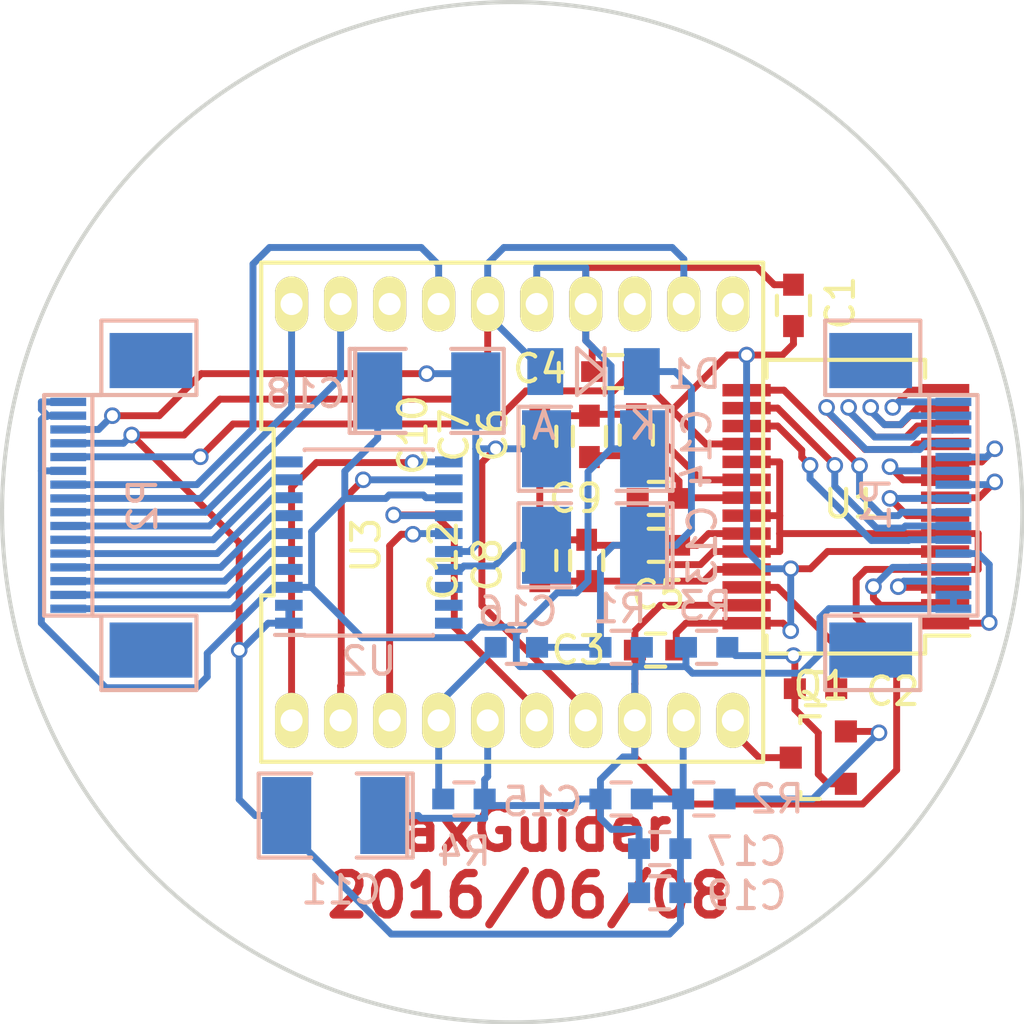
<source format=kicad_pcb>
(kicad_pcb (version 20171130) (host pcbnew "(5.1.12)-1")

  (general
    (thickness 1.6)
    (drawings 2)
    (tracks 461)
    (zones 0)
    (modules 30)
    (nets 44)
  )

  (page A4)
  (layers
    (0 F.Cu signal)
    (31 B.Cu signal)
    (32 B.Adhes user hide)
    (33 F.Adhes user hide)
    (34 B.Paste user hide)
    (35 F.Paste user hide)
    (36 B.SilkS user hide)
    (37 F.SilkS user hide)
    (38 B.Mask user hide)
    (39 F.Mask user hide)
    (40 Dwgs.User user hide)
    (41 Cmts.User user hide)
    (42 Eco1.User user)
    (43 Eco2.User user)
    (44 Edge.Cuts user)
    (45 Margin user)
    (46 B.CrtYd user)
    (47 F.CrtYd user)
    (48 B.Fab user)
    (49 F.Fab user)
  )

  (setup
    (last_trace_width 0.25)
    (trace_clearance 0.2)
    (zone_clearance 0.508)
    (zone_45_only no)
    (trace_min 0.2)
    (via_size 0.6)
    (via_drill 0.4)
    (via_min_size 0.4)
    (via_min_drill 0.3)
    (uvia_size 0.3)
    (uvia_drill 0.1)
    (uvias_allowed no)
    (uvia_min_size 0.2)
    (uvia_min_drill 0.1)
    (edge_width 0.15)
    (segment_width 0.2)
    (pcb_text_width 0.3)
    (pcb_text_size 1.5 1.5)
    (mod_edge_width 0.15)
    (mod_text_size 1 1)
    (mod_text_width 0.15)
    (pad_size 1.524 1.524)
    (pad_drill 0.762)
    (pad_to_mask_clearance 0.2)
    (aux_axis_origin 108 103)
    (visible_elements 7FFFFFFF)
    (pcbplotparams
      (layerselection 0x0103c_ffffffff)
      (usegerberextensions false)
      (usegerberattributes true)
      (usegerberadvancedattributes true)
      (creategerberjobfile true)
      (excludeedgelayer true)
      (linewidth 0.100000)
      (plotframeref false)
      (viasonmask false)
      (mode 1)
      (useauxorigin false)
      (hpglpennumber 1)
      (hpglpenspeed 20)
      (hpglpendiameter 15.000000)
      (psnegative false)
      (psa4output false)
      (plotreference true)
      (plotvalue false)
      (plotinvisibletext false)
      (padsonsilk false)
      (subtractmaskfromsilk false)
      (outputformat 1)
      (mirror false)
      (drillshape 0)
      (scaleselection 1)
      (outputdirectory "gerber/"))
  )

  (net 0 "")
  (net 1 +5V)
  (net 2 GND)
  (net 3 "Net-(C2-Pad1)")
  (net 4 "Net-(C2-Pad2)")
  (net 5 "Net-(C5-Pad1)")
  (net 6 "Net-(C6-Pad1)")
  (net 7 "Net-(C10-Pad1)")
  (net 8 "Net-(C12-Pad1)")
  (net 9 /+15V)
  (net 10 "Net-(C13-Pad1)")
  (net 11 "Net-(C13-Pad2)")
  (net 12 /-9V)
  (net 13 "Net-(C16-Pad1)")
  (net 14 "Net-(P1-Pad3)")
  (net 15 "Net-(P1-Pad4)")
  (net 16 "Net-(P1-Pad5)")
  (net 17 /SDATA)
  (net 18 /SCLK)
  (net 19 /SLOAD)
  (net 20 "Net-(P1-Pad9)")
  (net 21 "Net-(P1-Pad10)")
  (net 22 "Net-(P1-Pad11)")
  (net 23 "Net-(P1-Pad12)")
  (net 24 "Net-(P1-Pad13)")
  (net 25 "Net-(P1-Pad14)")
  (net 26 "Net-(P1-Pad15)")
  (net 27 "Net-(P1-Pad16)")
  (net 28 "Net-(P2-Pad7)")
  (net 29 "Net-(P2-Pad8)")
  (net 30 "Net-(P2-Pad9)")
  (net 31 "Net-(P2-Pad10)")
  (net 32 "Net-(P2-Pad11)")
  (net 33 "Net-(P2-Pad12)")
  (net 34 "Net-(P2-Pad13)")
  (net 35 "Net-(P2-Pad14)")
  (net 36 "Net-(P2-Pad15)")
  (net 37 "Net-(P2-Pad16)")
  (net 38 "Net-(Q1-Pad2)")
  (net 39 "Net-(Q1-Pad3)")
  (net 40 "Net-(U2-Pad11)")
  (net 41 "Net-(U2-Pad12)")
  (net 42 "Net-(U2-Pad14)")
  (net 43 "Net-(U2-Pad15)")

  (net_class Default "This is the default net class."
    (clearance 0.2)
    (trace_width 0.25)
    (via_dia 0.6)
    (via_drill 0.4)
    (uvia_dia 0.3)
    (uvia_drill 0.1)
    (add_net +5V)
    (add_net /+15V)
    (add_net /-9V)
    (add_net /SCLK)
    (add_net /SDATA)
    (add_net /SLOAD)
    (add_net GND)
    (add_net "Net-(C10-Pad1)")
    (add_net "Net-(C12-Pad1)")
    (add_net "Net-(C13-Pad1)")
    (add_net "Net-(C13-Pad2)")
    (add_net "Net-(C16-Pad1)")
    (add_net "Net-(C2-Pad1)")
    (add_net "Net-(C2-Pad2)")
    (add_net "Net-(C5-Pad1)")
    (add_net "Net-(C6-Pad1)")
    (add_net "Net-(P1-Pad10)")
    (add_net "Net-(P1-Pad11)")
    (add_net "Net-(P1-Pad12)")
    (add_net "Net-(P1-Pad13)")
    (add_net "Net-(P1-Pad14)")
    (add_net "Net-(P1-Pad15)")
    (add_net "Net-(P1-Pad16)")
    (add_net "Net-(P1-Pad3)")
    (add_net "Net-(P1-Pad4)")
    (add_net "Net-(P1-Pad5)")
    (add_net "Net-(P1-Pad9)")
    (add_net "Net-(P2-Pad10)")
    (add_net "Net-(P2-Pad11)")
    (add_net "Net-(P2-Pad12)")
    (add_net "Net-(P2-Pad13)")
    (add_net "Net-(P2-Pad14)")
    (add_net "Net-(P2-Pad15)")
    (add_net "Net-(P2-Pad16)")
    (add_net "Net-(P2-Pad7)")
    (add_net "Net-(P2-Pad8)")
    (add_net "Net-(P2-Pad9)")
    (add_net "Net-(Q1-Pad2)")
    (add_net "Net-(Q1-Pad3)")
    (add_net "Net-(U2-Pad11)")
    (add_net "Net-(U2-Pad12)")
    (add_net "Net-(U2-Pad14)")
    (add_net "Net-(U2-Pad15)")
  )

  (module Capacitors_SMD:C_0603 (layer F.Cu) (tedit 5415D631) (tstamp 575638B9)
    (at 118.2 95.5 90)
    (descr "Capacitor SMD 0603, reflow soldering, AVX (see smccp.pdf)")
    (tags "capacitor 0603")
    (path /570FC8C8)
    (attr smd)
    (fp_text reference C1 (at 0.1 1.7 90) (layer F.SilkS)
      (effects (font (size 1 1) (thickness 0.15)))
    )
    (fp_text value 0.1 (at 0 1.9 90) (layer F.Fab)
      (effects (font (size 1 1) (thickness 0.15)))
    )
    (fp_line (start 0.35 0.6) (end -0.35 0.6) (layer F.SilkS) (width 0.15))
    (fp_line (start -0.35 -0.6) (end 0.35 -0.6) (layer F.SilkS) (width 0.15))
    (fp_line (start 1.45 -0.75) (end 1.45 0.75) (layer F.CrtYd) (width 0.05))
    (fp_line (start -1.45 -0.75) (end -1.45 0.75) (layer F.CrtYd) (width 0.05))
    (fp_line (start -1.45 0.75) (end 1.45 0.75) (layer F.CrtYd) (width 0.05))
    (fp_line (start -1.45 -0.75) (end 1.45 -0.75) (layer F.CrtYd) (width 0.05))
    (pad 1 smd rect (at -0.75 0 90) (size 0.8 0.75) (layers F.Cu F.Paste F.Mask)
      (net 1 +5V))
    (pad 2 smd rect (at 0.75 0 90) (size 0.8 0.75) (layers F.Cu F.Paste F.Mask)
      (net 2 GND))
    (model Capacitors_SMD.3dshapes/C_0603.wrl
      (at (xyz 0 0 0))
      (scale (xyz 1 1 1))
      (rotate (xyz 0 0 0))
    )
  )

  (module Capacitors_SMD:C_0603 (layer F.Cu) (tedit 5415D631) (tstamp 575638BF)
    (at 119 109.4 180)
    (descr "Capacitor SMD 0603, reflow soldering, AVX (see smccp.pdf)")
    (tags "capacitor 0603")
    (path /570AF3F1)
    (attr smd)
    (fp_text reference C2 (at -2.8 -0.1 180) (layer F.SilkS)
      (effects (font (size 1 1) (thickness 0.15)))
    )
    (fp_text value 0.1 (at 0 1.9 180) (layer F.Fab)
      (effects (font (size 1 1) (thickness 0.15)))
    )
    (fp_line (start 0.35 0.6) (end -0.35 0.6) (layer F.SilkS) (width 0.15))
    (fp_line (start -0.35 -0.6) (end 0.35 -0.6) (layer F.SilkS) (width 0.15))
    (fp_line (start 1.45 -0.75) (end 1.45 0.75) (layer F.CrtYd) (width 0.05))
    (fp_line (start -1.45 -0.75) (end -1.45 0.75) (layer F.CrtYd) (width 0.05))
    (fp_line (start -1.45 0.75) (end 1.45 0.75) (layer F.CrtYd) (width 0.05))
    (fp_line (start -1.45 -0.75) (end 1.45 -0.75) (layer F.CrtYd) (width 0.05))
    (pad 1 smd rect (at -0.75 0 180) (size 0.8 0.75) (layers F.Cu F.Paste F.Mask)
      (net 3 "Net-(C2-Pad1)"))
    (pad 2 smd rect (at 0.75 0 180) (size 0.8 0.75) (layers F.Cu F.Paste F.Mask)
      (net 4 "Net-(C2-Pad2)"))
    (model Capacitors_SMD.3dshapes/C_0603.wrl
      (at (xyz 0 0 0))
      (scale (xyz 1 1 1))
      (rotate (xyz 0 0 0))
    )
  )

  (module Capacitors_SMD:C_0603 (layer F.Cu) (tedit 5415D631) (tstamp 575638C5)
    (at 113.2 108 180)
    (descr "Capacitor SMD 0603, reflow soldering, AVX (see smccp.pdf)")
    (tags "capacitor 0603")
    (path /570F414B)
    (attr smd)
    (fp_text reference C3 (at 2.8 0 180) (layer F.SilkS)
      (effects (font (size 1 1) (thickness 0.15)))
    )
    (fp_text value 0.1 (at 0 1.9 180) (layer F.Fab)
      (effects (font (size 1 1) (thickness 0.15)))
    )
    (fp_line (start 0.35 0.6) (end -0.35 0.6) (layer F.SilkS) (width 0.15))
    (fp_line (start -0.35 -0.6) (end 0.35 -0.6) (layer F.SilkS) (width 0.15))
    (fp_line (start 1.45 -0.75) (end 1.45 0.75) (layer F.CrtYd) (width 0.05))
    (fp_line (start -1.45 -0.75) (end -1.45 0.75) (layer F.CrtYd) (width 0.05))
    (fp_line (start -1.45 0.75) (end 1.45 0.75) (layer F.CrtYd) (width 0.05))
    (fp_line (start -1.45 -0.75) (end 1.45 -0.75) (layer F.CrtYd) (width 0.05))
    (pad 1 smd rect (at -0.75 0 180) (size 0.8 0.75) (layers F.Cu F.Paste F.Mask)
      (net 1 +5V))
    (pad 2 smd rect (at 0.75 0 180) (size 0.8 0.75) (layers F.Cu F.Paste F.Mask)
      (net 2 GND))
    (model Capacitors_SMD.3dshapes/C_0603.wrl
      (at (xyz 0 0 0))
      (scale (xyz 1 1 1))
      (rotate (xyz 0 0 0))
    )
  )

  (module Capacitors_SMD:C_0603 (layer F.Cu) (tedit 5415D631) (tstamp 575638CB)
    (at 111.65 97.9)
    (descr "Capacitor SMD 0603, reflow soldering, AVX (see smccp.pdf)")
    (tags "capacitor 0603")
    (path /570F660F)
    (attr smd)
    (fp_text reference C4 (at -2.65 -0.1) (layer F.SilkS)
      (effects (font (size 1 1) (thickness 0.15)))
    )
    (fp_text value 0.1 (at 0 1.9) (layer F.Fab)
      (effects (font (size 1 1) (thickness 0.15)))
    )
    (fp_line (start 0.35 0.6) (end -0.35 0.6) (layer F.SilkS) (width 0.15))
    (fp_line (start -0.35 -0.6) (end 0.35 -0.6) (layer F.SilkS) (width 0.15))
    (fp_line (start 1.45 -0.75) (end 1.45 0.75) (layer F.CrtYd) (width 0.05))
    (fp_line (start -1.45 -0.75) (end -1.45 0.75) (layer F.CrtYd) (width 0.05))
    (fp_line (start -1.45 0.75) (end 1.45 0.75) (layer F.CrtYd) (width 0.05))
    (fp_line (start -1.45 -0.75) (end 1.45 -0.75) (layer F.CrtYd) (width 0.05))
    (pad 1 smd rect (at -0.75 0) (size 0.8 0.75) (layers F.Cu F.Paste F.Mask)
      (net 2 GND))
    (pad 2 smd rect (at 0.75 0) (size 0.8 0.75) (layers F.Cu F.Paste F.Mask)
      (net 1 +5V))
    (model Capacitors_SMD.3dshapes/C_0603.wrl
      (at (xyz 0 0 0))
      (scale (xyz 1 1 1))
      (rotate (xyz 0 0 0))
    )
  )

  (module Capacitors_SMD:C_0603 (layer F.Cu) (tedit 5415D631) (tstamp 575638D1)
    (at 113.3 104.2 180)
    (descr "Capacitor SMD 0603, reflow soldering, AVX (see smccp.pdf)")
    (tags "capacitor 0603")
    (path /570F542A)
    (attr smd)
    (fp_text reference C5 (at 0 -1.8 180) (layer F.SilkS)
      (effects (font (size 1 1) (thickness 0.15)))
    )
    (fp_text value 0.1 (at 0 1.9 180) (layer F.Fab)
      (effects (font (size 1 1) (thickness 0.15)))
    )
    (fp_line (start 0.35 0.6) (end -0.35 0.6) (layer F.SilkS) (width 0.15))
    (fp_line (start -0.35 -0.6) (end 0.35 -0.6) (layer F.SilkS) (width 0.15))
    (fp_line (start 1.45 -0.75) (end 1.45 0.75) (layer F.CrtYd) (width 0.05))
    (fp_line (start -1.45 -0.75) (end -1.45 0.75) (layer F.CrtYd) (width 0.05))
    (fp_line (start -1.45 0.75) (end 1.45 0.75) (layer F.CrtYd) (width 0.05))
    (fp_line (start -1.45 -0.75) (end 1.45 -0.75) (layer F.CrtYd) (width 0.05))
    (pad 1 smd rect (at -0.75 0 180) (size 0.8 0.75) (layers F.Cu F.Paste F.Mask)
      (net 5 "Net-(C5-Pad1)"))
    (pad 2 smd rect (at 0.75 0 180) (size 0.8 0.75) (layers F.Cu F.Paste F.Mask)
      (net 2 GND))
    (model Capacitors_SMD.3dshapes/C_0603.wrl
      (at (xyz 0 0 0))
      (scale (xyz 1 1 1))
      (rotate (xyz 0 0 0))
    )
  )

  (module Capacitors_SMD:C_0603 (layer F.Cu) (tedit 5415D631) (tstamp 575638D7)
    (at 112.5 100.2 90)
    (descr "Capacitor SMD 0603, reflow soldering, AVX (see smccp.pdf)")
    (tags "capacitor 0603")
    (path /570F62FD)
    (attr smd)
    (fp_text reference C6 (at 0 -5.2 90) (layer F.SilkS)
      (effects (font (size 1 1) (thickness 0.15)))
    )
    (fp_text value 0.1 (at 0 1.9 90) (layer F.Fab)
      (effects (font (size 1 1) (thickness 0.15)))
    )
    (fp_line (start 0.35 0.6) (end -0.35 0.6) (layer F.SilkS) (width 0.15))
    (fp_line (start -0.35 -0.6) (end 0.35 -0.6) (layer F.SilkS) (width 0.15))
    (fp_line (start 1.45 -0.75) (end 1.45 0.75) (layer F.CrtYd) (width 0.05))
    (fp_line (start -1.45 -0.75) (end -1.45 0.75) (layer F.CrtYd) (width 0.05))
    (fp_line (start -1.45 0.75) (end 1.45 0.75) (layer F.CrtYd) (width 0.05))
    (fp_line (start -1.45 -0.75) (end 1.45 -0.75) (layer F.CrtYd) (width 0.05))
    (pad 1 smd rect (at -0.75 0 90) (size 0.8 0.75) (layers F.Cu F.Paste F.Mask)
      (net 6 "Net-(C6-Pad1)"))
    (pad 2 smd rect (at 0.75 0 90) (size 0.8 0.75) (layers F.Cu F.Paste F.Mask)
      (net 7 "Net-(C10-Pad1)"))
    (model Capacitors_SMD.3dshapes/C_0603.wrl
      (at (xyz 0 0 0))
      (scale (xyz 1 1 1))
      (rotate (xyz 0 0 0))
    )
  )

  (module Capacitors_SMD:C_0603 (layer F.Cu) (tedit 5415D631) (tstamp 575638DD)
    (at 110.8 100.25 90)
    (descr "Capacitor SMD 0603, reflow soldering, AVX (see smccp.pdf)")
    (tags "capacitor 0603")
    (path /570F6287)
    (attr smd)
    (fp_text reference C7 (at 0.05 -4.9 90) (layer F.SilkS)
      (effects (font (size 1 1) (thickness 0.15)))
    )
    (fp_text value 10 (at 0 1.9 90) (layer F.Fab)
      (effects (font (size 1 1) (thickness 0.15)))
    )
    (fp_line (start 0.35 0.6) (end -0.35 0.6) (layer F.SilkS) (width 0.15))
    (fp_line (start -0.35 -0.6) (end 0.35 -0.6) (layer F.SilkS) (width 0.15))
    (fp_line (start 1.45 -0.75) (end 1.45 0.75) (layer F.CrtYd) (width 0.05))
    (fp_line (start -1.45 -0.75) (end -1.45 0.75) (layer F.CrtYd) (width 0.05))
    (fp_line (start -1.45 0.75) (end 1.45 0.75) (layer F.CrtYd) (width 0.05))
    (fp_line (start -1.45 -0.75) (end 1.45 -0.75) (layer F.CrtYd) (width 0.05))
    (pad 1 smd rect (at -0.75 0 90) (size 0.8 0.75) (layers F.Cu F.Paste F.Mask)
      (net 6 "Net-(C6-Pad1)"))
    (pad 2 smd rect (at 0.75 0 90) (size 0.8 0.75) (layers F.Cu F.Paste F.Mask)
      (net 7 "Net-(C10-Pad1)"))
    (model Capacitors_SMD.3dshapes/C_0603.wrl
      (at (xyz 0 0 0))
      (scale (xyz 1 1 1))
      (rotate (xyz 0 0 0))
    )
  )

  (module Capacitors_SMD:C_0603 (layer F.Cu) (tedit 5415D631) (tstamp 7FFFFFFF)
    (at 110.7 104.75 90)
    (descr "Capacitor SMD 0603, reflow soldering, AVX (see smccp.pdf)")
    (tags "capacitor 0603")
    (path /570F537D)
    (attr smd)
    (fp_text reference C8 (at -0.15 -3.6 90) (layer F.SilkS)
      (effects (font (size 1 1) (thickness 0.15)))
    )
    (fp_text value 0.1 (at 0 1.9 90) (layer F.Fab)
      (effects (font (size 1 1) (thickness 0.15)))
    )
    (fp_line (start 0.35 0.6) (end -0.35 0.6) (layer F.SilkS) (width 0.15))
    (fp_line (start -0.35 -0.6) (end 0.35 -0.6) (layer F.SilkS) (width 0.15))
    (fp_line (start 1.45 -0.75) (end 1.45 0.75) (layer F.CrtYd) (width 0.05))
    (fp_line (start -1.45 -0.75) (end -1.45 0.75) (layer F.CrtYd) (width 0.05))
    (fp_line (start -1.45 0.75) (end 1.45 0.75) (layer F.CrtYd) (width 0.05))
    (fp_line (start -1.45 -0.75) (end 1.45 -0.75) (layer F.CrtYd) (width 0.05))
    (pad 1 smd rect (at -0.75 0 90) (size 0.8 0.75) (layers F.Cu F.Paste F.Mask)
      (net 8 "Net-(C12-Pad1)"))
    (pad 2 smd rect (at 0.75 0 90) (size 0.8 0.75) (layers F.Cu F.Paste F.Mask)
      (net 2 GND))
    (model Capacitors_SMD.3dshapes/C_0603.wrl
      (at (xyz 0 0 0))
      (scale (xyz 1 1 1))
      (rotate (xyz 0 0 0))
    )
  )

  (module Capacitors_SMD:C_0603 (layer F.Cu) (tedit 5415D631) (tstamp 7FFFFFFF)
    (at 113.3 102.5 180)
    (descr "Capacitor SMD 0603, reflow soldering, AVX (see smccp.pdf)")
    (tags "capacitor 0603")
    (path /570F6110)
    (attr smd)
    (fp_text reference C9 (at 3 0 180) (layer F.SilkS)
      (effects (font (size 1 1) (thickness 0.15)))
    )
    (fp_text value 0.1 (at 0 1.9 180) (layer F.Fab)
      (effects (font (size 1 1) (thickness 0.15)))
    )
    (fp_line (start 0.35 0.6) (end -0.35 0.6) (layer F.SilkS) (width 0.15))
    (fp_line (start -0.35 -0.6) (end 0.35 -0.6) (layer F.SilkS) (width 0.15))
    (fp_line (start 1.45 -0.75) (end 1.45 0.75) (layer F.CrtYd) (width 0.05))
    (fp_line (start -1.45 -0.75) (end -1.45 0.75) (layer F.CrtYd) (width 0.05))
    (fp_line (start -1.45 0.75) (end 1.45 0.75) (layer F.CrtYd) (width 0.05))
    (fp_line (start -1.45 -0.75) (end 1.45 -0.75) (layer F.CrtYd) (width 0.05))
    (pad 1 smd rect (at -0.75 0 180) (size 0.8 0.75) (layers F.Cu F.Paste F.Mask)
      (net 6 "Net-(C6-Pad1)"))
    (pad 2 smd rect (at 0.75 0 180) (size 0.8 0.75) (layers F.Cu F.Paste F.Mask)
      (net 2 GND))
    (model Capacitors_SMD.3dshapes/C_0603.wrl
      (at (xyz 0 0 0))
      (scale (xyz 1 1 1))
      (rotate (xyz 0 0 0))
    )
  )

  (module Capacitors_SMD:C_0603 (layer F.Cu) (tedit 5415D631) (tstamp 575638EF)
    (at 109 100.25 270)
    (descr "Capacitor SMD 0603, reflow soldering, AVX (see smccp.pdf)")
    (tags "capacitor 0603")
    (path /570F647D)
    (attr smd)
    (fp_text reference C10 (at -0.05 4.6 270) (layer F.SilkS)
      (effects (font (size 1 1) (thickness 0.15)))
    )
    (fp_text value 0.1 (at 0 1.9 270) (layer F.Fab)
      (effects (font (size 1 1) (thickness 0.15)))
    )
    (fp_line (start 0.35 0.6) (end -0.35 0.6) (layer F.SilkS) (width 0.15))
    (fp_line (start -0.35 -0.6) (end 0.35 -0.6) (layer F.SilkS) (width 0.15))
    (fp_line (start 1.45 -0.75) (end 1.45 0.75) (layer F.CrtYd) (width 0.05))
    (fp_line (start -1.45 -0.75) (end -1.45 0.75) (layer F.CrtYd) (width 0.05))
    (fp_line (start -1.45 0.75) (end 1.45 0.75) (layer F.CrtYd) (width 0.05))
    (fp_line (start -1.45 -0.75) (end 1.45 -0.75) (layer F.CrtYd) (width 0.05))
    (pad 1 smd rect (at -0.75 0 270) (size 0.8 0.75) (layers F.Cu F.Paste F.Mask)
      (net 7 "Net-(C10-Pad1)"))
    (pad 2 smd rect (at 0.75 0 270) (size 0.8 0.75) (layers F.Cu F.Paste F.Mask)
      (net 2 GND))
    (model Capacitors_SMD.3dshapes/C_0603.wrl
      (at (xyz 0 0 0))
      (scale (xyz 1 1 1))
      (rotate (xyz 0 0 0))
    )
  )

  (module SMD_Packages:SMD-1210_Pol (layer B.Cu) (tedit 0) (tstamp 575638F5)
    (at 101.6 114 180)
    (tags "CMS SM")
    (path /570A8CFC)
    (attr smd)
    (fp_text reference C11 (at -0.2 -2.7 180) (layer B.SilkS)
      (effects (font (size 1 1) (thickness 0.15)) (justify mirror))
    )
    (fp_text value 3.3/16V (at 0 -0.762 180) (layer B.Fab)
      (effects (font (size 1 1) (thickness 0.15)) (justify mirror))
    )
    (fp_line (start -2.794 -1.524) (end -0.762 -1.524) (layer B.SilkS) (width 0.15))
    (fp_line (start -2.594 1.524) (end -2.594 -1.524) (layer B.SilkS) (width 0.15))
    (fp_line (start -0.762 1.524) (end -2.794 1.524) (layer B.SilkS) (width 0.15))
    (fp_line (start 2.794 1.524) (end 0.889 1.524) (layer B.SilkS) (width 0.15))
    (fp_line (start 2.794 -1.524) (end 2.794 1.524) (layer B.SilkS) (width 0.15))
    (fp_line (start 0.889 -1.524) (end 2.794 -1.524) (layer B.SilkS) (width 0.15))
    (fp_line (start -2.794 1.524) (end -2.794 -1.524) (layer B.SilkS) (width 0.15))
    (pad 1 smd rect (at -1.778 0 180) (size 1.778 2.794) (layers B.Cu B.Paste B.Mask)
      (net 2 GND))
    (pad 2 smd rect (at 1.778 0 180) (size 1.778 2.794) (layers B.Cu B.Paste B.Mask)
      (net 9 /+15V))
    (model SMD_Packages.3dshapes/SMD-1210_Pol.wrl
      (at (xyz 0 0 0))
      (scale (xyz 0.2 0.2 0.2))
      (rotate (xyz 0 0 0))
    )
  )

  (module Capacitors_SMD:C_0603 (layer F.Cu) (tedit 5415D631) (tstamp 575638FB)
    (at 109 104.75 90)
    (descr "Capacitor SMD 0603, reflow soldering, AVX (see smccp.pdf)")
    (tags "capacitor 0603")
    (path /570F53D9)
    (attr smd)
    (fp_text reference C12 (at 0 -3.5 90) (layer F.SilkS)
      (effects (font (size 1 1) (thickness 0.15)))
    )
    (fp_text value 1 (at 0 1.9 90) (layer F.Fab)
      (effects (font (size 1 1) (thickness 0.15)))
    )
    (fp_line (start 0.35 0.6) (end -0.35 0.6) (layer F.SilkS) (width 0.15))
    (fp_line (start -0.35 -0.6) (end 0.35 -0.6) (layer F.SilkS) (width 0.15))
    (fp_line (start 1.45 -0.75) (end 1.45 0.75) (layer F.CrtYd) (width 0.05))
    (fp_line (start -1.45 -0.75) (end -1.45 0.75) (layer F.CrtYd) (width 0.05))
    (fp_line (start -1.45 0.75) (end 1.45 0.75) (layer F.CrtYd) (width 0.05))
    (fp_line (start -1.45 -0.75) (end 1.45 -0.75) (layer F.CrtYd) (width 0.05))
    (pad 1 smd rect (at -0.75 0 90) (size 0.8 0.75) (layers F.Cu F.Paste F.Mask)
      (net 8 "Net-(C12-Pad1)"))
    (pad 2 smd rect (at 0.75 0 90) (size 0.8 0.75) (layers F.Cu F.Paste F.Mask)
      (net 2 GND))
    (model Capacitors_SMD.3dshapes/C_0603.wrl
      (at (xyz 0 0 0))
      (scale (xyz 1 1 1))
      (rotate (xyz 0 0 0))
    )
  )

  (module SMD_Packages:SMD-1210_Pol (layer B.Cu) (tedit 0) (tstamp 57563901)
    (at 111.022 104.2 180)
    (tags "CMS SM")
    (path /570A7BCB)
    (attr smd)
    (fp_text reference C13 (at -3.878 0 90) (layer B.SilkS)
      (effects (font (size 1 1) (thickness 0.15)) (justify mirror))
    )
    (fp_text value 1/35V (at 0 -0.762 180) (layer B.Fab)
      (effects (font (size 1 1) (thickness 0.15)) (justify mirror))
    )
    (fp_line (start -2.794 -1.524) (end -0.762 -1.524) (layer B.SilkS) (width 0.15))
    (fp_line (start -2.594 1.524) (end -2.594 -1.524) (layer B.SilkS) (width 0.15))
    (fp_line (start -0.762 1.524) (end -2.794 1.524) (layer B.SilkS) (width 0.15))
    (fp_line (start 2.794 1.524) (end 0.889 1.524) (layer B.SilkS) (width 0.15))
    (fp_line (start 2.794 -1.524) (end 2.794 1.524) (layer B.SilkS) (width 0.15))
    (fp_line (start 0.889 -1.524) (end 2.794 -1.524) (layer B.SilkS) (width 0.15))
    (fp_line (start -2.794 1.524) (end -2.794 -1.524) (layer B.SilkS) (width 0.15))
    (pad 1 smd rect (at -1.778 0 180) (size 1.778 2.794) (layers B.Cu B.Paste B.Mask)
      (net 10 "Net-(C13-Pad1)"))
    (pad 2 smd rect (at 1.778 0 180) (size 1.778 2.794) (layers B.Cu B.Paste B.Mask)
      (net 11 "Net-(C13-Pad2)"))
    (model SMD_Packages.3dshapes/SMD-1210_Pol.wrl
      (at (xyz 0 0 0))
      (scale (xyz 0.2 0.2 0.2))
      (rotate (xyz 0 0 0))
    )
  )

  (module SMD_Packages:SMD-1210_Pol (layer B.Cu) (tedit 0) (tstamp 57563907)
    (at 111.022 100.7 180)
    (tags "CMS SM")
    (path /570A7A1A)
    (attr smd)
    (fp_text reference C14 (at -3.678 0 270) (layer B.SilkS)
      (effects (font (size 1 1) (thickness 0.15)) (justify mirror))
    )
    (fp_text value 22/16V (at 0 -0.762 180) (layer B.Fab)
      (effects (font (size 1 1) (thickness 0.15)) (justify mirror))
    )
    (fp_line (start -2.794 -1.524) (end -0.762 -1.524) (layer B.SilkS) (width 0.15))
    (fp_line (start -2.594 1.524) (end -2.594 -1.524) (layer B.SilkS) (width 0.15))
    (fp_line (start -0.762 1.524) (end -2.794 1.524) (layer B.SilkS) (width 0.15))
    (fp_line (start 2.794 1.524) (end 0.889 1.524) (layer B.SilkS) (width 0.15))
    (fp_line (start 2.794 -1.524) (end 2.794 1.524) (layer B.SilkS) (width 0.15))
    (fp_line (start 0.889 -1.524) (end 2.794 -1.524) (layer B.SilkS) (width 0.15))
    (fp_line (start -2.794 1.524) (end -2.794 -1.524) (layer B.SilkS) (width 0.15))
    (pad 1 smd rect (at -1.778 0 180) (size 1.778 2.794) (layers B.Cu B.Paste B.Mask)
      (net 2 GND))
    (pad 2 smd rect (at 1.778 0 180) (size 1.778 2.794) (layers B.Cu B.Paste B.Mask)
      (net 12 /-9V))
    (model SMD_Packages.3dshapes/SMD-1210_Pol.wrl
      (at (xyz 0 0 0))
      (scale (xyz 0.2 0.2 0.2))
      (rotate (xyz 0 0 0))
    )
  )

  (module Capacitors_SMD:C_0603 (layer B.Cu) (tedit 5415D631) (tstamp 5756390D)
    (at 111.95 113.4 180)
    (descr "Capacitor SMD 0603, reflow soldering, AVX (see smccp.pdf)")
    (tags "capacitor 0603")
    (path /570AC1A8)
    (attr smd)
    (fp_text reference C15 (at 2.85 -0.1 180) (layer B.SilkS)
      (effects (font (size 1 1) (thickness 0.15)) (justify mirror))
    )
    (fp_text value 0.01 (at 0 -1.9 180) (layer B.Fab)
      (effects (font (size 1 1) (thickness 0.15)) (justify mirror))
    )
    (fp_line (start 0.35 -0.6) (end -0.35 -0.6) (layer B.SilkS) (width 0.15))
    (fp_line (start -0.35 0.6) (end 0.35 0.6) (layer B.SilkS) (width 0.15))
    (fp_line (start 1.45 0.75) (end 1.45 -0.75) (layer B.CrtYd) (width 0.05))
    (fp_line (start -1.45 0.75) (end -1.45 -0.75) (layer B.CrtYd) (width 0.05))
    (fp_line (start -1.45 -0.75) (end 1.45 -0.75) (layer B.CrtYd) (width 0.05))
    (fp_line (start -1.45 0.75) (end 1.45 0.75) (layer B.CrtYd) (width 0.05))
    (pad 1 smd rect (at -0.75 0 180) (size 0.8 0.75) (layers B.Cu B.Paste B.Mask)
      (net 9 /+15V))
    (pad 2 smd rect (at 0.75 0 180) (size 0.8 0.75) (layers B.Cu B.Paste B.Mask)
      (net 2 GND))
    (model Capacitors_SMD.3dshapes/C_0603.wrl
      (at (xyz 0 0 0))
      (scale (xyz 1 1 1))
      (rotate (xyz 0 0 0))
    )
  )

  (module Capacitors_SMD:C_0603 (layer B.Cu) (tedit 5415D631) (tstamp 57563913)
    (at 108.15 107.9)
    (descr "Capacitor SMD 0603, reflow soldering, AVX (see smccp.pdf)")
    (tags "capacitor 0603")
    (path /570A7C22)
    (attr smd)
    (fp_text reference C16 (at 0.05 -1.3) (layer B.SilkS)
      (effects (font (size 1 1) (thickness 0.15)) (justify mirror))
    )
    (fp_text value 1 (at 0 -1.9) (layer B.Fab)
      (effects (font (size 1 1) (thickness 0.15)) (justify mirror))
    )
    (fp_line (start 0.35 -0.6) (end -0.35 -0.6) (layer B.SilkS) (width 0.15))
    (fp_line (start -0.35 0.6) (end 0.35 0.6) (layer B.SilkS) (width 0.15))
    (fp_line (start 1.45 0.75) (end 1.45 -0.75) (layer B.CrtYd) (width 0.05))
    (fp_line (start -1.45 0.75) (end -1.45 -0.75) (layer B.CrtYd) (width 0.05))
    (fp_line (start -1.45 -0.75) (end 1.45 -0.75) (layer B.CrtYd) (width 0.05))
    (fp_line (start -1.45 0.75) (end 1.45 0.75) (layer B.CrtYd) (width 0.05))
    (pad 1 smd rect (at -0.75 0) (size 0.8 0.75) (layers B.Cu B.Paste B.Mask)
      (net 13 "Net-(C16-Pad1)"))
    (pad 2 smd rect (at 0.75 0) (size 0.8 0.75) (layers B.Cu B.Paste B.Mask)
      (net 10 "Net-(C13-Pad1)"))
    (model Capacitors_SMD.3dshapes/C_0603.wrl
      (at (xyz 0 0 0))
      (scale (xyz 1 1 1))
      (rotate (xyz 0 0 0))
    )
  )

  (module Capacitors_SMD:C_0603 (layer B.Cu) (tedit 5415D631) (tstamp 57563919)
    (at 113.35 115.2)
    (descr "Capacitor SMD 0603, reflow soldering, AVX (see smccp.pdf)")
    (tags "capacitor 0603")
    (path /570A9441)
    (attr smd)
    (fp_text reference C17 (at 3.15 0.1) (layer B.SilkS)
      (effects (font (size 1 1) (thickness 0.15)) (justify mirror))
    )
    (fp_text value 3.3/20V (at 0 -1.9) (layer B.Fab)
      (effects (font (size 1 1) (thickness 0.15)) (justify mirror))
    )
    (fp_line (start 0.35 -0.6) (end -0.35 -0.6) (layer B.SilkS) (width 0.15))
    (fp_line (start -0.35 0.6) (end 0.35 0.6) (layer B.SilkS) (width 0.15))
    (fp_line (start 1.45 0.75) (end 1.45 -0.75) (layer B.CrtYd) (width 0.05))
    (fp_line (start -1.45 0.75) (end -1.45 -0.75) (layer B.CrtYd) (width 0.05))
    (fp_line (start -1.45 -0.75) (end 1.45 -0.75) (layer B.CrtYd) (width 0.05))
    (fp_line (start -1.45 0.75) (end 1.45 0.75) (layer B.CrtYd) (width 0.05))
    (pad 1 smd rect (at -0.75 0) (size 0.8 0.75) (layers B.Cu B.Paste B.Mask)
      (net 2 GND))
    (pad 2 smd rect (at 0.75 0) (size 0.8 0.75) (layers B.Cu B.Paste B.Mask)
      (net 9 /+15V))
    (model Capacitors_SMD.3dshapes/C_0603.wrl
      (at (xyz 0 0 0))
      (scale (xyz 1 1 1))
      (rotate (xyz 0 0 0))
    )
  )

  (module SMD_Packages:SMD-1210_Pol (layer B.Cu) (tedit 0) (tstamp 5756391F)
    (at 104.9 98.6)
    (tags "CMS SM")
    (path /570A7B27)
    (attr smd)
    (fp_text reference C18 (at -4.4 0.1) (layer B.SilkS)
      (effects (font (size 1 1) (thickness 0.15)) (justify mirror))
    )
    (fp_text value 3.3/16V (at 0 -0.762) (layer B.Fab)
      (effects (font (size 1 1) (thickness 0.15)) (justify mirror))
    )
    (fp_line (start -2.794 -1.524) (end -0.762 -1.524) (layer B.SilkS) (width 0.15))
    (fp_line (start -2.594 1.524) (end -2.594 -1.524) (layer B.SilkS) (width 0.15))
    (fp_line (start -0.762 1.524) (end -2.794 1.524) (layer B.SilkS) (width 0.15))
    (fp_line (start 2.794 1.524) (end 0.889 1.524) (layer B.SilkS) (width 0.15))
    (fp_line (start 2.794 -1.524) (end 2.794 1.524) (layer B.SilkS) (width 0.15))
    (fp_line (start 0.889 -1.524) (end 2.794 -1.524) (layer B.SilkS) (width 0.15))
    (fp_line (start -2.794 1.524) (end -2.794 -1.524) (layer B.SilkS) (width 0.15))
    (pad 1 smd rect (at -1.778 0) (size 1.778 2.794) (layers B.Cu B.Paste B.Mask)
      (net 2 GND))
    (pad 2 smd rect (at 1.778 0) (size 1.778 2.794) (layers B.Cu B.Paste B.Mask)
      (net 12 /-9V))
    (model SMD_Packages.3dshapes/SMD-1210_Pol.wrl
      (at (xyz 0 0 0))
      (scale (xyz 0.2 0.2 0.2))
      (rotate (xyz 0 0 0))
    )
  )

  (module Capacitors_SMD:C_0603 (layer B.Cu) (tedit 5415D631) (tstamp 57563925)
    (at 113.35 116.8)
    (descr "Capacitor SMD 0603, reflow soldering, AVX (see smccp.pdf)")
    (tags "capacitor 0603")
    (path /570A9524)
    (attr smd)
    (fp_text reference C19 (at 3.15 0.1) (layer B.SilkS)
      (effects (font (size 1 1) (thickness 0.15)) (justify mirror))
    )
    (fp_text value 0.01 (at 0 -1.9) (layer B.Fab)
      (effects (font (size 1 1) (thickness 0.15)) (justify mirror))
    )
    (fp_line (start 0.35 -0.6) (end -0.35 -0.6) (layer B.SilkS) (width 0.15))
    (fp_line (start -0.35 0.6) (end 0.35 0.6) (layer B.SilkS) (width 0.15))
    (fp_line (start 1.45 0.75) (end 1.45 -0.75) (layer B.CrtYd) (width 0.05))
    (fp_line (start -1.45 0.75) (end -1.45 -0.75) (layer B.CrtYd) (width 0.05))
    (fp_line (start -1.45 -0.75) (end 1.45 -0.75) (layer B.CrtYd) (width 0.05))
    (fp_line (start -1.45 0.75) (end 1.45 0.75) (layer B.CrtYd) (width 0.05))
    (pad 1 smd rect (at -0.75 0) (size 0.8 0.75) (layers B.Cu B.Paste B.Mask)
      (net 2 GND))
    (pad 2 smd rect (at 0.75 0) (size 0.8 0.75) (layers B.Cu B.Paste B.Mask)
      (net 9 /+15V))
    (model Capacitors_SMD.3dshapes/C_0603.wrl
      (at (xyz 0 0 0))
      (scale (xyz 1 1 1))
      (rotate (xyz 0 0 0))
    )
  )

  (module Diodes_SMD:MiniMELF_Standard (layer B.Cu) (tedit 55364937) (tstamp 5756392B)
    (at 110.95 97.9 180)
    (descr "Diode Mini-MELF Standard")
    (tags "Diode Mini-MELF Standard")
    (path /570A85F8)
    (attr smd)
    (fp_text reference D1 (at -3.65006 -0.1 180) (layer B.SilkS)
      (effects (font (size 1 1) (thickness 0.15)) (justify mirror))
    )
    (fp_text value D_Small (at 0 -3.81 180) (layer B.Fab)
      (effects (font (size 1 1) (thickness 0.15)) (justify mirror))
    )
    (fp_circle (center 0 0) (end 0 -0.20066) (layer B.Adhes) (width 0.381))
    (fp_circle (center 0 0) (end 0 -0.55118) (layer B.Adhes) (width 0.381))
    (fp_line (start -0.40024 0.85) (end -0.40024 -0.85) (layer B.SilkS) (width 0.15))
    (fp_line (start 0.60052 -0.85) (end -0.40024 0) (layer B.SilkS) (width 0.15))
    (fp_line (start 0.60052 0.85) (end 0.60052 -0.85) (layer B.SilkS) (width 0.15))
    (fp_line (start -0.40024 -0.0508) (end 0.60052 0.85) (layer B.SilkS) (width 0.15))
    (fp_line (start -2.55 -1) (end -2.55 1) (layer B.CrtYd) (width 0.05))
    (fp_line (start 2.55 -1) (end -2.55 -1) (layer B.CrtYd) (width 0.05))
    (fp_line (start 2.55 1) (end 2.55 -1) (layer B.CrtYd) (width 0.05))
    (fp_line (start -2.55 1) (end 2.55 1) (layer B.CrtYd) (width 0.05))
    (fp_text user K (at -1.8 -1.95 180) (layer B.SilkS)
      (effects (font (size 1 1) (thickness 0.15)) (justify mirror))
    )
    (fp_text user A (at 1.8 -1.95 180) (layer B.SilkS)
      (effects (font (size 1 1) (thickness 0.15)) (justify mirror))
    )
    (pad 1 smd rect (at -1.75006 0 180) (size 1.30048 1.69926) (layers B.Cu B.Paste B.Mask)
      (net 10 "Net-(C13-Pad1)"))
    (pad 2 smd rect (at 1.75006 0 180) (size 1.30048 1.69926) (layers B.Cu B.Paste B.Mask)
      (net 9 /+15V))
    (model Diodes_SMD.3dshapes/MiniMELF_Standard.wrl
      (at (xyz 0 0 0))
      (scale (xyz 0.3937 0.3937 0.3937))
      (rotate (xyz 0 0 0))
    )
  )

  (module ccd:FPC_16 (layer B.Cu) (tedit 0) (tstamp 5756394D)
    (at 124 102.75 90)
    (path /57563EF8)
    (attr smd)
    (fp_text reference P1 (at 0.05 -2.8 90) (layer B.SilkS)
      (effects (font (size 1 1) (thickness 0.15)) (justify mirror))
    )
    (fp_text value CONN_01X16 (at 0 -2.95 90) (layer B.Fab)
      (effects (font (size 1 1) (thickness 0.15)) (justify mirror))
    )
    (fp_line (start 4 -1.2) (end 4 0.875) (layer B.SilkS) (width 0.15))
    (fp_line (start -4 -1.2) (end -4 0.875) (layer B.SilkS) (width 0.15))
    (fp_line (start 6.7 -1.2) (end 4 -1.2) (layer B.SilkS) (width 0.15))
    (fp_line (start -6.7 -1.2) (end -4 -1.2) (layer B.SilkS) (width 0.15))
    (fp_line (start 6.7 -4.65) (end 6.7 -1.2) (layer B.SilkS) (width 0.15))
    (fp_line (start -6.7 -4.65) (end -6.7 -1.2) (layer B.SilkS) (width 0.15))
    (fp_line (start 4 -4.65) (end 6.7 -4.65) (layer B.SilkS) (width 0.15))
    (fp_line (start -4 -4.65) (end -6.7 -4.65) (layer B.SilkS) (width 0.15))
    (fp_line (start 4 -0.875) (end 4 -4.65) (layer B.SilkS) (width 0.15))
    (fp_line (start -4 -0.875) (end -4 -4.65) (layer B.SilkS) (width 0.15))
    (fp_line (start -4 -0.875) (end 4 -0.875) (layer B.SilkS) (width 0.15))
    (fp_line (start -4 0.875) (end 4 0.875) (layer B.SilkS) (width 0.15))
    (pad 1 smd rect (at -3.75 0 90) (size 0.3 1.3) (layers B.Cu B.Paste B.Mask)
      (net 2 GND))
    (pad 2 smd rect (at -3.25 0 90) (size 0.3 1.3) (layers B.Cu B.Paste B.Mask)
      (net 2 GND))
    (pad 3 smd rect (at -2.75 0 90) (size 0.3 1.3) (layers B.Cu B.Paste B.Mask)
      (net 14 "Net-(P1-Pad3)"))
    (pad 4 smd rect (at -2.25 0 90) (size 0.3 1.3) (layers B.Cu B.Paste B.Mask)
      (net 15 "Net-(P1-Pad4)"))
    (pad 5 smd rect (at -1.75 0 90) (size 0.3 1.3) (layers B.Cu B.Paste B.Mask)
      (net 16 "Net-(P1-Pad5)"))
    (pad 6 smd rect (at -1.25 0 90) (size 0.3 1.3) (layers B.Cu B.Paste B.Mask)
      (net 19 /SLOAD))
    (pad 7 smd rect (at -0.75 0 90) (size 0.3 1.3) (layers B.Cu B.Paste B.Mask)
      (net 18 /SCLK))
    (pad 8 smd rect (at -0.25 0 90) (size 0.3 1.3) (layers B.Cu B.Paste B.Mask)
      (net 17 /SDATA))
    (pad 9 smd rect (at 0.25 0 90) (size 0.3 1.3) (layers B.Cu B.Paste B.Mask)
      (net 20 "Net-(P1-Pad9)"))
    (pad 10 smd rect (at 0.75 0 90) (size 0.3 1.3) (layers B.Cu B.Paste B.Mask)
      (net 21 "Net-(P1-Pad10)"))
    (pad 11 smd rect (at 1.25 0 90) (size 0.3 1.3) (layers B.Cu B.Paste B.Mask)
      (net 22 "Net-(P1-Pad11)"))
    (pad 12 smd rect (at 1.75 0 90) (size 0.3 1.3) (layers B.Cu B.Paste B.Mask)
      (net 23 "Net-(P1-Pad12)"))
    (pad 13 smd rect (at 2.25 0 90) (size 0.3 1.3) (layers B.Cu B.Paste B.Mask)
      (net 24 "Net-(P1-Pad13)"))
    (pad 14 smd rect (at 2.75 0 90) (size 0.3 1.3) (layers B.Cu B.Paste B.Mask)
      (net 25 "Net-(P1-Pad14)"))
    (pad 15 smd rect (at 3.25 0 90) (size 0.3 1.3) (layers B.Cu B.Paste B.Mask)
      (net 26 "Net-(P1-Pad15)"))
    (pad 16 smd rect (at 3.75 0 90) (size 0.3 1.3) (layers B.Cu B.Paste B.Mask)
      (net 27 "Net-(P1-Pad16)"))
    (pad 0 smd rect (at -5.25 -3 90) (size 2 3) (layers B.Cu B.Paste B.Mask))
    (pad 0 smd rect (at 5.25 -3 90) (size 2 3) (layers B.Cu B.Paste B.Mask))
  )

  (module ccd:FPC_16 (layer B.Cu) (tedit 0) (tstamp 5756396F)
    (at 91.9 102.75 270)
    (path /5756369C)
    (attr smd)
    (fp_text reference P2 (at 0 -2.7 270) (layer B.SilkS)
      (effects (font (size 1 1) (thickness 0.15)) (justify mirror))
    )
    (fp_text value CONN_01X16 (at 0 -2.95 270) (layer B.Fab)
      (effects (font (size 1 1) (thickness 0.15)) (justify mirror))
    )
    (fp_line (start 4 -1.2) (end 4 0.875) (layer B.SilkS) (width 0.15))
    (fp_line (start -4 -1.2) (end -4 0.875) (layer B.SilkS) (width 0.15))
    (fp_line (start 6.7 -1.2) (end 4 -1.2) (layer B.SilkS) (width 0.15))
    (fp_line (start -6.7 -1.2) (end -4 -1.2) (layer B.SilkS) (width 0.15))
    (fp_line (start 6.7 -4.65) (end 6.7 -1.2) (layer B.SilkS) (width 0.15))
    (fp_line (start -6.7 -4.65) (end -6.7 -1.2) (layer B.SilkS) (width 0.15))
    (fp_line (start 4 -4.65) (end 6.7 -4.65) (layer B.SilkS) (width 0.15))
    (fp_line (start -4 -4.65) (end -6.7 -4.65) (layer B.SilkS) (width 0.15))
    (fp_line (start 4 -0.875) (end 4 -4.65) (layer B.SilkS) (width 0.15))
    (fp_line (start -4 -0.875) (end -4 -4.65) (layer B.SilkS) (width 0.15))
    (fp_line (start -4 -0.875) (end 4 -0.875) (layer B.SilkS) (width 0.15))
    (fp_line (start -4 0.875) (end 4 0.875) (layer B.SilkS) (width 0.15))
    (pad 1 smd rect (at -3.75 0 270) (size 0.3 1.3) (layers B.Cu B.Paste B.Mask)
      (net 2 GND))
    (pad 2 smd rect (at -3.25 0 270) (size 0.3 1.3) (layers B.Cu B.Paste B.Mask)
      (net 2 GND))
    (pad 3 smd rect (at -2.75 0 270) (size 0.3 1.3) (layers B.Cu B.Paste B.Mask)
      (net 12 /-9V))
    (pad 4 smd rect (at -2.25 0 270) (size 0.3 1.3) (layers B.Cu B.Paste B.Mask)
      (net 9 /+15V))
    (pad 5 smd rect (at -1.75 0 270) (size 0.3 1.3) (layers B.Cu B.Paste B.Mask)
      (net 1 +5V))
    (pad 6 smd rect (at -1.25 0 270) (size 0.3 1.3) (layers B.Cu B.Paste B.Mask)
      (net 2 GND))
    (pad 7 smd rect (at -0.75 0 270) (size 0.3 1.3) (layers B.Cu B.Paste B.Mask)
      (net 28 "Net-(P2-Pad7)"))
    (pad 8 smd rect (at -0.25 0 270) (size 0.3 1.3) (layers B.Cu B.Paste B.Mask)
      (net 29 "Net-(P2-Pad8)"))
    (pad 9 smd rect (at 0.25 0 270) (size 0.3 1.3) (layers B.Cu B.Paste B.Mask)
      (net 30 "Net-(P2-Pad9)"))
    (pad 10 smd rect (at 0.75 0 270) (size 0.3 1.3) (layers B.Cu B.Paste B.Mask)
      (net 31 "Net-(P2-Pad10)"))
    (pad 11 smd rect (at 1.25 0 270) (size 0.3 1.3) (layers B.Cu B.Paste B.Mask)
      (net 32 "Net-(P2-Pad11)"))
    (pad 12 smd rect (at 1.75 0 270) (size 0.3 1.3) (layers B.Cu B.Paste B.Mask)
      (net 33 "Net-(P2-Pad12)"))
    (pad 13 smd rect (at 2.25 0 270) (size 0.3 1.3) (layers B.Cu B.Paste B.Mask)
      (net 34 "Net-(P2-Pad13)"))
    (pad 14 smd rect (at 2.75 0 270) (size 0.3 1.3) (layers B.Cu B.Paste B.Mask)
      (net 35 "Net-(P2-Pad14)"))
    (pad 15 smd rect (at 3.25 0 270) (size 0.3 1.3) (layers B.Cu B.Paste B.Mask)
      (net 36 "Net-(P2-Pad15)"))
    (pad 16 smd rect (at 3.75 0 270) (size 0.3 1.3) (layers B.Cu B.Paste B.Mask)
      (net 37 "Net-(P2-Pad16)"))
    (pad 0 smd rect (at -5.25 -3 270) (size 2 3) (layers B.Cu B.Paste B.Mask))
    (pad 0 smd rect (at 5.25 -3 270) (size 2 3) (layers B.Cu B.Paste B.Mask))
  )

  (module TO_SOT_Packages_SMD:SOT-23 (layer F.Cu) (tedit 553634F8) (tstamp 57563976)
    (at 119.1 111.9 90)
    (descr "SOT-23, Standard")
    (tags SOT-23)
    (path /5757AB63)
    (attr smd)
    (fp_text reference Q1 (at 2.6 0.1 -180) (layer F.SilkS)
      (effects (font (size 1 1) (thickness 0.15)))
    )
    (fp_text value BF862 (at 0 2.3 90) (layer F.Fab)
      (effects (font (size 1 1) (thickness 0.15)))
    )
    (fp_line (start 1.49982 -0.65024) (end 1.49982 0.0508) (layer F.SilkS) (width 0.15))
    (fp_line (start 1.29916 -0.65024) (end 1.49982 -0.65024) (layer F.SilkS) (width 0.15))
    (fp_line (start -1.49982 -0.65024) (end -1.2509 -0.65024) (layer F.SilkS) (width 0.15))
    (fp_line (start -1.49982 0.0508) (end -1.49982 -0.65024) (layer F.SilkS) (width 0.15))
    (fp_line (start 1.29916 -0.65024) (end 1.2509 -0.65024) (layer F.SilkS) (width 0.15))
    (fp_line (start -1.65 1.6) (end -1.65 -1.6) (layer F.CrtYd) (width 0.05))
    (fp_line (start 1.65 1.6) (end -1.65 1.6) (layer F.CrtYd) (width 0.05))
    (fp_line (start 1.65 -1.6) (end 1.65 1.6) (layer F.CrtYd) (width 0.05))
    (fp_line (start -1.65 -1.6) (end 1.65 -1.6) (layer F.CrtYd) (width 0.05))
    (pad 1 smd rect (at -0.95 1.00076 90) (size 0.8001 0.8001) (layers F.Cu F.Paste F.Mask)
      (net 4 "Net-(C2-Pad2)"))
    (pad 2 smd rect (at 0.95 1.00076 90) (size 0.8001 0.8001) (layers F.Cu F.Paste F.Mask)
      (net 38 "Net-(Q1-Pad2)"))
    (pad 3 smd rect (at 0 -0.99822 90) (size 0.8001 0.8001) (layers F.Cu F.Paste F.Mask)
      (net 39 "Net-(Q1-Pad3)"))
    (model TO_SOT_Packages_SMD.3dshapes/SOT-23.wrl
      (at (xyz 0 0 0))
      (scale (xyz 1 1 1))
      (rotate (xyz 0 0 0))
    )
  )

  (module Capacitors_SMD:C_0603 (layer B.Cu) (tedit 5415D631) (tstamp 5756397C)
    (at 111.95 107.9)
    (descr "Capacitor SMD 0603, reflow soldering, AVX (see smccp.pdf)")
    (tags "capacitor 0603")
    (path /570A8555)
    (attr smd)
    (fp_text reference R1 (at -0.05 -1.4) (layer B.SilkS)
      (effects (font (size 1 1) (thickness 0.15)) (justify mirror))
    )
    (fp_text value 100K (at 0 -1.9) (layer B.Fab)
      (effects (font (size 1 1) (thickness 0.15)) (justify mirror))
    )
    (fp_line (start 0.35 -0.6) (end -0.35 -0.6) (layer B.SilkS) (width 0.15))
    (fp_line (start -0.35 0.6) (end 0.35 0.6) (layer B.SilkS) (width 0.15))
    (fp_line (start 1.45 0.75) (end 1.45 -0.75) (layer B.CrtYd) (width 0.05))
    (fp_line (start -1.45 0.75) (end -1.45 -0.75) (layer B.CrtYd) (width 0.05))
    (fp_line (start -1.45 -0.75) (end 1.45 -0.75) (layer B.CrtYd) (width 0.05))
    (fp_line (start -1.45 0.75) (end 1.45 0.75) (layer B.CrtYd) (width 0.05))
    (pad 1 smd rect (at -0.75 0) (size 0.8 0.75) (layers B.Cu B.Paste B.Mask)
      (net 10 "Net-(C13-Pad1)"))
    (pad 2 smd rect (at 0.75 0) (size 0.8 0.75) (layers B.Cu B.Paste B.Mask)
      (net 2 GND))
    (model Capacitors_SMD.3dshapes/C_0603.wrl
      (at (xyz 0 0 0))
      (scale (xyz 1 1 1))
      (rotate (xyz 0 0 0))
    )
  )

  (module Capacitors_SMD:C_0603 (layer B.Cu) (tedit 5415D631) (tstamp 57563982)
    (at 114.95 113.4 180)
    (descr "Capacitor SMD 0603, reflow soldering, AVX (see smccp.pdf)")
    (tags "capacitor 0603")
    (path /570AA23A)
    (attr smd)
    (fp_text reference R2 (at -2.65 0 180) (layer B.SilkS)
      (effects (font (size 1 1) (thickness 0.15)) (justify mirror))
    )
    (fp_text value 100 (at 0 -1.9 180) (layer B.Fab)
      (effects (font (size 1 1) (thickness 0.15)) (justify mirror))
    )
    (fp_line (start 0.35 -0.6) (end -0.35 -0.6) (layer B.SilkS) (width 0.15))
    (fp_line (start -0.35 0.6) (end 0.35 0.6) (layer B.SilkS) (width 0.15))
    (fp_line (start 1.45 0.75) (end 1.45 -0.75) (layer B.CrtYd) (width 0.05))
    (fp_line (start -1.45 0.75) (end -1.45 -0.75) (layer B.CrtYd) (width 0.05))
    (fp_line (start -1.45 -0.75) (end 1.45 -0.75) (layer B.CrtYd) (width 0.05))
    (fp_line (start -1.45 0.75) (end 1.45 0.75) (layer B.CrtYd) (width 0.05))
    (pad 1 smd rect (at -0.75 0 180) (size 0.8 0.75) (layers B.Cu B.Paste B.Mask)
      (net 38 "Net-(Q1-Pad2)"))
    (pad 2 smd rect (at 0.75 0 180) (size 0.8 0.75) (layers B.Cu B.Paste B.Mask)
      (net 9 /+15V))
    (model Capacitors_SMD.3dshapes/C_0603.wrl
      (at (xyz 0 0 0))
      (scale (xyz 1 1 1))
      (rotate (xyz 0 0 0))
    )
  )

  (module Capacitors_SMD:C_0603 (layer B.Cu) (tedit 5415D631) (tstamp 57563988)
    (at 115.05 107.9)
    (descr "Capacitor SMD 0603, reflow soldering, AVX (see smccp.pdf)")
    (tags "capacitor 0603")
    (path /570AA312)
    (attr smd)
    (fp_text reference R3 (at -0.05 -1.5) (layer B.SilkS)
      (effects (font (size 1 1) (thickness 0.15)) (justify mirror))
    )
    (fp_text value 3.9K (at 0 -1.9) (layer B.Fab)
      (effects (font (size 1 1) (thickness 0.15)) (justify mirror))
    )
    (fp_line (start 0.35 -0.6) (end -0.35 -0.6) (layer B.SilkS) (width 0.15))
    (fp_line (start -0.35 0.6) (end 0.35 0.6) (layer B.SilkS) (width 0.15))
    (fp_line (start 1.45 0.75) (end 1.45 -0.75) (layer B.CrtYd) (width 0.05))
    (fp_line (start -1.45 0.75) (end -1.45 -0.75) (layer B.CrtYd) (width 0.05))
    (fp_line (start -1.45 -0.75) (end 1.45 -0.75) (layer B.CrtYd) (width 0.05))
    (fp_line (start -1.45 0.75) (end 1.45 0.75) (layer B.CrtYd) (width 0.05))
    (pad 1 smd rect (at -0.75 0) (size 0.8 0.75) (layers B.Cu B.Paste B.Mask)
      (net 2 GND))
    (pad 2 smd rect (at 0.75 0) (size 0.8 0.75) (layers B.Cu B.Paste B.Mask)
      (net 4 "Net-(C2-Pad2)"))
    (model Capacitors_SMD.3dshapes/C_0603.wrl
      (at (xyz 0 0 0))
      (scale (xyz 1 1 1))
      (rotate (xyz 0 0 0))
    )
  )

  (module Capacitors_SMD:C_0603 (layer B.Cu) (tedit 5415D631) (tstamp 5756398E)
    (at 106.25 113.4)
    (descr "Capacitor SMD 0603, reflow soldering, AVX (see smccp.pdf)")
    (tags "capacitor 0603")
    (path /570A7C75)
    (attr smd)
    (fp_text reference R4 (at 0 1.9) (layer B.SilkS)
      (effects (font (size 1 1) (thickness 0.15)) (justify mirror))
    )
    (fp_text value 1M (at 0 -1.9) (layer B.Fab)
      (effects (font (size 1 1) (thickness 0.15)) (justify mirror))
    )
    (fp_line (start 0.35 -0.6) (end -0.35 -0.6) (layer B.SilkS) (width 0.15))
    (fp_line (start -0.35 0.6) (end 0.35 0.6) (layer B.SilkS) (width 0.15))
    (fp_line (start 1.45 0.75) (end 1.45 -0.75) (layer B.CrtYd) (width 0.05))
    (fp_line (start -1.45 0.75) (end -1.45 -0.75) (layer B.CrtYd) (width 0.05))
    (fp_line (start -1.45 -0.75) (end 1.45 -0.75) (layer B.CrtYd) (width 0.05))
    (fp_line (start -1.45 0.75) (end 1.45 0.75) (layer B.CrtYd) (width 0.05))
    (pad 1 smd rect (at -0.75 0) (size 0.8 0.75) (layers B.Cu B.Paste B.Mask)
      (net 13 "Net-(C16-Pad1)"))
    (pad 2 smd rect (at 0.75 0) (size 0.8 0.75) (layers B.Cu B.Paste B.Mask)
      (net 2 GND))
    (model Capacitors_SMD.3dshapes/C_0603.wrl
      (at (xyz 0 0 0))
      (scale (xyz 1 1 1))
      (rotate (xyz 0 0 0))
    )
  )

  (module Housings_SSOP:SSOP-28_5.3x10.2mm_Pitch0.65mm (layer F.Cu) (tedit 54130A77) (tstamp 575639AE)
    (at 120.1 102.8 180)
    (descr "28-Lead Plastic Shrink Small Outline (SS)-5.30 mm Body [SSOP] (see Microchip Packaging Specification 00000049BS.pdf)")
    (tags "SSOP 0.65")
    (path /570AD9FD)
    (attr smd)
    (fp_text reference U1 (at -0.2 0.1 180) (layer F.SilkS)
      (effects (font (size 1 1) (thickness 0.15)))
    )
    (fp_text value AD9826 (at 0 6.25 180) (layer F.Fab)
      (effects (font (size 1 1) (thickness 0.15)))
    )
    (fp_line (start -2.875 -4.675) (end -4.475 -4.675) (layer F.SilkS) (width 0.15))
    (fp_line (start -2.875 5.325) (end 2.875 5.325) (layer F.SilkS) (width 0.15))
    (fp_line (start -2.875 -5.325) (end 2.875 -5.325) (layer F.SilkS) (width 0.15))
    (fp_line (start -2.875 5.325) (end -2.875 4.675) (layer F.SilkS) (width 0.15))
    (fp_line (start 2.875 5.325) (end 2.875 4.675) (layer F.SilkS) (width 0.15))
    (fp_line (start 2.875 -5.325) (end 2.875 -4.675) (layer F.SilkS) (width 0.15))
    (fp_line (start -2.875 -5.325) (end -2.875 -4.675) (layer F.SilkS) (width 0.15))
    (fp_line (start -4.75 5.5) (end 4.75 5.5) (layer F.CrtYd) (width 0.05))
    (fp_line (start -4.75 -5.5) (end 4.75 -5.5) (layer F.CrtYd) (width 0.05))
    (fp_line (start 4.75 -5.5) (end 4.75 5.5) (layer F.CrtYd) (width 0.05))
    (fp_line (start -4.75 -5.5) (end -4.75 5.5) (layer F.CrtYd) (width 0.05))
    (pad 1 smd rect (at -3.6 -4.225 180) (size 1.75 0.45) (layers F.Cu F.Paste F.Mask)
      (net 16 "Net-(P1-Pad5)"))
    (pad 2 smd rect (at -3.6 -3.575 180) (size 1.75 0.45) (layers F.Cu F.Paste F.Mask)
      (net 15 "Net-(P1-Pad4)"))
    (pad 3 smd rect (at -3.6 -2.925 180) (size 1.75 0.45) (layers F.Cu F.Paste F.Mask)
      (net 14 "Net-(P1-Pad3)"))
    (pad 4 smd rect (at -3.6 -2.275 180) (size 1.75 0.45) (layers F.Cu F.Paste F.Mask)
      (net 2 GND))
    (pad 5 smd rect (at -3.6 -1.625 180) (size 1.75 0.45) (layers F.Cu F.Paste F.Mask)
      (net 1 +5V))
    (pad 6 smd rect (at -3.6 -0.975 180) (size 1.75 0.45) (layers F.Cu F.Paste F.Mask)
      (net 2 GND))
    (pad 7 smd rect (at -3.6 -0.325 180) (size 1.75 0.45) (layers F.Cu F.Paste F.Mask)
      (net 20 "Net-(P1-Pad9)"))
    (pad 8 smd rect (at -3.6 0.325 180) (size 1.75 0.45) (layers F.Cu F.Paste F.Mask)
      (net 21 "Net-(P1-Pad10)"))
    (pad 9 smd rect (at -3.6 0.975 180) (size 1.75 0.45) (layers F.Cu F.Paste F.Mask)
      (net 22 "Net-(P1-Pad11)"))
    (pad 10 smd rect (at -3.6 1.625 180) (size 1.75 0.45) (layers F.Cu F.Paste F.Mask)
      (net 23 "Net-(P1-Pad12)"))
    (pad 11 smd rect (at -3.6 2.275 180) (size 1.75 0.45) (layers F.Cu F.Paste F.Mask)
      (net 24 "Net-(P1-Pad13)"))
    (pad 12 smd rect (at -3.6 2.925 180) (size 1.75 0.45) (layers F.Cu F.Paste F.Mask)
      (net 25 "Net-(P1-Pad14)"))
    (pad 13 smd rect (at -3.6 3.575 180) (size 1.75 0.45) (layers F.Cu F.Paste F.Mask)
      (net 26 "Net-(P1-Pad15)"))
    (pad 14 smd rect (at -3.6 4.225 180) (size 1.75 0.45) (layers F.Cu F.Paste F.Mask)
      (net 27 "Net-(P1-Pad16)"))
    (pad 15 smd rect (at 3.6 4.225 180) (size 1.75 0.45) (layers F.Cu F.Paste F.Mask)
      (net 17 /SDATA))
    (pad 16 smd rect (at 3.6 3.575 180) (size 1.75 0.45) (layers F.Cu F.Paste F.Mask)
      (net 18 /SCLK))
    (pad 17 smd rect (at 3.6 2.925 180) (size 1.75 0.45) (layers F.Cu F.Paste F.Mask)
      (net 19 /SLOAD))
    (pad 18 smd rect (at 3.6 2.275 180) (size 1.75 0.45) (layers F.Cu F.Paste F.Mask)
      (net 1 +5V))
    (pad 19 smd rect (at 3.6 1.625 180) (size 1.75 0.45) (layers F.Cu F.Paste F.Mask)
      (net 2 GND))
    (pad 20 smd rect (at 3.6 0.975 180) (size 1.75 0.45) (layers F.Cu F.Paste F.Mask)
      (net 7 "Net-(C10-Pad1)"))
    (pad 21 smd rect (at 3.6 0.325 180) (size 1.75 0.45) (layers F.Cu F.Paste F.Mask)
      (net 6 "Net-(C6-Pad1)"))
    (pad 22 smd rect (at 3.6 -0.325 180) (size 1.75 0.45) (layers F.Cu F.Paste F.Mask)
      (net 2 GND))
    (pad 23 smd rect (at 3.6 -0.975 180) (size 1.75 0.45) (layers F.Cu F.Paste F.Mask)
      (net 5 "Net-(C5-Pad1)"))
    (pad 24 smd rect (at 3.6 -1.625 180) (size 1.75 0.45) (layers F.Cu F.Paste F.Mask)
      (net 2 GND))
    (pad 25 smd rect (at 3.6 -2.275 180) (size 1.75 0.45) (layers F.Cu F.Paste F.Mask)
      (net 8 "Net-(C12-Pad1)"))
    (pad 26 smd rect (at 3.6 -2.925 180) (size 1.75 0.45) (layers F.Cu F.Paste F.Mask)
      (net 3 "Net-(C2-Pad1)"))
    (pad 27 smd rect (at 3.6 -3.575 180) (size 1.75 0.45) (layers F.Cu F.Paste F.Mask)
      (net 2 GND))
    (pad 28 smd rect (at 3.6 -4.225 180) (size 1.75 0.45) (layers F.Cu F.Paste F.Mask)
      (net 1 +5V))
    (model Housings_SSOP.3dshapes/SSOP-28_5.3x10.2mm_Pitch0.65mm.wrl
      (at (xyz 0 0 0))
      (scale (xyz 1 1 1))
      (rotate (xyz 0 0 0))
    )
  )

  (module Housings_SSOP:SSOP-20_4.4x6.5mm_Pitch0.65mm (layer B.Cu) (tedit 54130A77) (tstamp 575639C6)
    (at 102.8 104.1)
    (descr "SSOP20: plastic shrink small outline package; 20 leads; body width 4.4 mm; (see NXP SSOP-TSSOP-VSO-REFLOW.pdf and sot266-1_po.pdf)")
    (tags "SSOP 0.65")
    (path /570A7772)
    (attr smd)
    (fp_text reference U2 (at 0 4.3) (layer B.SilkS)
      (effects (font (size 1 1) (thickness 0.15)) (justify mirror))
    )
    (fp_text value CXD1267AN (at 0 -4.3) (layer B.Fab)
      (effects (font (size 1 1) (thickness 0.15)) (justify mirror))
    )
    (fp_line (start -2.325 3.35) (end -3.4 3.35) (layer B.SilkS) (width 0.15))
    (fp_line (start -2.325 -3.375) (end 2.325 -3.375) (layer B.SilkS) (width 0.15))
    (fp_line (start -2.325 3.375) (end 2.325 3.375) (layer B.SilkS) (width 0.15))
    (fp_line (start -2.325 -3.375) (end -2.325 -3.35) (layer B.SilkS) (width 0.15))
    (fp_line (start 2.325 -3.375) (end 2.325 -3.35) (layer B.SilkS) (width 0.15))
    (fp_line (start 2.325 3.375) (end 2.325 3.35) (layer B.SilkS) (width 0.15))
    (fp_line (start -2.325 3.375) (end -2.325 3.35) (layer B.SilkS) (width 0.15))
    (fp_line (start -3.65 -3.55) (end 3.65 -3.55) (layer B.CrtYd) (width 0.05))
    (fp_line (start -3.65 3.55) (end 3.65 3.55) (layer B.CrtYd) (width 0.05))
    (fp_line (start 3.65 3.55) (end 3.65 -3.55) (layer B.CrtYd) (width 0.05))
    (fp_line (start -3.65 3.55) (end -3.65 -3.55) (layer B.CrtYd) (width 0.05))
    (pad 1 smd rect (at -2.9 2.925) (size 1 0.4) (layers B.Cu B.Paste B.Mask)
      (net 9 /+15V))
    (pad 2 smd rect (at -2.9 2.275) (size 1 0.4) (layers B.Cu B.Paste B.Mask)
      (net 9 /+15V))
    (pad 3 smd rect (at -2.9 1.625) (size 1 0.4) (layers B.Cu B.Paste B.Mask)
      (net 2 GND))
    (pad 4 smd rect (at -2.9 0.975) (size 1 0.4) (layers B.Cu B.Paste B.Mask)
      (net 37 "Net-(P2-Pad16)"))
    (pad 5 smd rect (at -2.9 0.325) (size 1 0.4) (layers B.Cu B.Paste B.Mask)
      (net 36 "Net-(P2-Pad15)"))
    (pad 6 smd rect (at -2.9 -0.325) (size 1 0.4) (layers B.Cu B.Paste B.Mask)
      (net 35 "Net-(P2-Pad14)"))
    (pad 7 smd rect (at -2.9 -0.975) (size 1 0.4) (layers B.Cu B.Paste B.Mask)
      (net 34 "Net-(P2-Pad13)"))
    (pad 8 smd rect (at -2.9 -1.625) (size 1 0.4) (layers B.Cu B.Paste B.Mask)
      (net 33 "Net-(P2-Pad12)"))
    (pad 9 smd rect (at -2.9 -2.275) (size 1 0.4) (layers B.Cu B.Paste B.Mask)
      (net 32 "Net-(P2-Pad11)"))
    (pad 10 smd rect (at -2.9 -2.925) (size 1 0.4) (layers B.Cu B.Paste B.Mask)
      (net 31 "Net-(P2-Pad10)"))
    (pad 11 smd rect (at 2.9 -2.925) (size 1 0.4) (layers B.Cu B.Paste B.Mask)
      (net 40 "Net-(U2-Pad11)"))
    (pad 12 smd rect (at 2.9 -2.275) (size 1 0.4) (layers B.Cu B.Paste B.Mask)
      (net 41 "Net-(U2-Pad12)"))
    (pad 13 smd rect (at 2.9 -1.625) (size 1 0.4) (layers B.Cu B.Paste B.Mask)
      (net 2 GND))
    (pad 14 smd rect (at 2.9 -0.975) (size 1 0.4) (layers B.Cu B.Paste B.Mask)
      (net 42 "Net-(U2-Pad14)"))
    (pad 15 smd rect (at 2.9 -0.325) (size 1 0.4) (layers B.Cu B.Paste B.Mask)
      (net 43 "Net-(U2-Pad15)"))
    (pad 16 smd rect (at 2.9 0.325) (size 1 0.4) (layers B.Cu B.Paste B.Mask)
      (net 12 /-9V))
    (pad 17 smd rect (at 2.9 0.975) (size 1 0.4) (layers B.Cu B.Paste B.Mask)
      (net 11 "Net-(C13-Pad2)"))
    (pad 18 smd rect (at 2.9 1.625) (size 1 0.4) (layers B.Cu B.Paste B.Mask))
    (pad 19 smd rect (at 2.9 2.275) (size 1 0.4) (layers B.Cu B.Paste B.Mask))
    (pad 20 smd rect (at 2.9 2.925) (size 1 0.4) (layers B.Cu B.Paste B.Mask))
    (model Housings_SSOP.3dshapes/SSOP-20_4.4x6.5mm_Pitch0.65mm.wrl
      (at (xyz 0 0 0))
      (scale (xyz 1 1 1))
      (rotate (xyz 0 0 0))
    )
  )

  (module ccd:ICX429AL (layer F.Cu) (tedit 0) (tstamp 575639DE)
    (at 108 103)
    (path /570A7718)
    (fp_text reference U3 (at -5.3 1.2 90) (layer F.SilkS)
      (effects (font (size 1 1) (thickness 0.15)))
    )
    (fp_text value ICX429AL (at 0 0) (layer F.Fab)
      (effects (font (size 1 1) (thickness 0.15)))
    )
    (fp_line (start -9.25 9.2) (end -9.25 -9.2) (layer F.CrtYd) (width 0.05))
    (fp_line (start 9.25 9.2) (end -9.25 9.2) (layer F.CrtYd) (width 0.05))
    (fp_line (start 9.25 -9.2) (end 9.25 9.2) (layer F.CrtYd) (width 0.05))
    (fp_line (start -9.25 -9.2) (end 9.25 -9.2) (layer F.CrtYd) (width 0.05))
    (fp_line (start -9.101 3.016666) (end -9.101 9.05) (layer F.SilkS) (width 0.15))
    (fp_line (start -8.651 3.016666) (end -9.101 3.016666) (layer F.SilkS) (width 0.15))
    (fp_line (start -8.651 -3.016666) (end -8.651 3.016666) (layer F.SilkS) (width 0.15))
    (fp_line (start -9.101 -3.016666) (end -8.651 -3.016666) (layer F.SilkS) (width 0.15))
    (fp_line (start -9.101 -9.05) (end -9.101 -3.016666) (layer F.SilkS) (width 0.15))
    (fp_line (start 9.101 -9.05) (end -9.101 -9.05) (layer F.SilkS) (width 0.15))
    (fp_line (start 9.101 9.05) (end 9.101 -9.05) (layer F.SilkS) (width 0.15))
    (fp_line (start -9.101 9.05) (end 9.101 9.05) (layer F.SilkS) (width 0.15))
    (pad 20 thru_hole oval (at -8.001 -7.55) (size 1.2 2) (drill 0.8) (layers *.Cu *.Mask F.SilkS)
      (net 29 "Net-(P2-Pad8)"))
    (pad 1 thru_hole oval (at -8.001 7.55) (size 1.2 2) (drill 0.8) (layers *.Cu *.Mask F.SilkS)
      (net 40 "Net-(U2-Pad11)"))
    (pad 19 thru_hole oval (at -6.223 -7.55) (size 1.2 2) (drill 0.8) (layers *.Cu *.Mask F.SilkS)
      (net 30 "Net-(P2-Pad9)"))
    (pad 2 thru_hole oval (at -6.223 7.55) (size 1.2 2) (drill 0.8) (layers *.Cu *.Mask F.SilkS)
      (net 41 "Net-(U2-Pad12)"))
    (pad 18 thru_hole oval (at -4.445 -7.55) (size 1.2 2) (drill 0.8) (layers *.Cu *.Mask F.SilkS))
    (pad 3 thru_hole oval (at -4.445 7.55) (size 1.2 2) (drill 0.8) (layers *.Cu *.Mask F.SilkS)
      (net 43 "Net-(U2-Pad15)"))
    (pad 17 thru_hole oval (at -2.667 -7.55) (size 1.2 2) (drill 0.8) (layers *.Cu *.Mask F.SilkS)
      (net 28 "Net-(P2-Pad7)"))
    (pad 4 thru_hole oval (at -2.667 7.55) (size 1.2 2) (drill 0.8) (layers *.Cu *.Mask F.SilkS)
      (net 13 "Net-(C16-Pad1)"))
    (pad 16 thru_hole oval (at -0.889 -7.55) (size 1.2 2) (drill 0.8) (layers *.Cu *.Mask F.SilkS)
      (net 9 /+15V))
    (pad 5 thru_hole oval (at -0.889 7.55) (size 1.2 2) (drill 0.8) (layers *.Cu *.Mask F.SilkS)
      (net 2 GND))
    (pad 15 thru_hole oval (at 0.889 -7.55) (size 1.2 2) (drill 0.8) (layers *.Cu *.Mask F.SilkS)
      (net 2 GND))
    (pad 6 thru_hole oval (at 0.889 7.55) (size 1.2 2) (drill 0.8) (layers *.Cu *.Mask F.SilkS)
      (net 42 "Net-(U2-Pad14)"))
    (pad 14 thru_hole oval (at 2.667 -7.55) (size 1.2 2) (drill 0.8) (layers *.Cu *.Mask F.SilkS)
      (net 2 GND))
    (pad 7 thru_hole oval (at 2.667 7.55) (size 1.2 2) (drill 0.8) (layers *.Cu *.Mask F.SilkS)
      (net 12 /-9V))
    (pad 13 thru_hole oval (at 4.445 -7.55) (size 1.2 2) (drill 0.8) (layers *.Cu *.Mask F.SilkS))
    (pad 8 thru_hole oval (at 4.445 7.55) (size 1.2 2) (drill 0.8) (layers *.Cu *.Mask F.SilkS)
      (net 2 GND))
    (pad 12 thru_hole oval (at 6.223 -7.55) (size 1.2 2) (drill 0.8) (layers *.Cu *.Mask F.SilkS)
      (net 9 /+15V))
    (pad 9 thru_hole oval (at 6.223 7.55) (size 1.2 2) (drill 0.8) (layers *.Cu *.Mask F.SilkS)
      (net 9 /+15V))
    (pad 11 thru_hole oval (at 8.001 -7.55) (size 1.2 2) (drill 0.8) (layers *.Cu *.Mask F.SilkS))
    (pad 10 thru_hole oval (at 8.001 7.55) (size 1.2 2) (drill 0.8) (layers *.Cu *.Mask F.SilkS)
      (net 39 "Net-(Q1-Pad3)"))
  )

  (gr_text "MaxGuider \n2016/06/08" (at 108.6 115.7) (layer F.Cu)
    (effects (font (size 1.5 1.5) (thickness 0.3)))
  )
  (gr_circle (center 108 103) (end 126.5 103) (layer Edge.Cuts) (width 0.15))

  (segment (start 116.5 99.6) (end 116.5 104.4) (width 0.25) (layer B.Cu) (net 1))
  (segment (start 116.5 104.4) (end 117.15 105.05) (width 0.25) (layer B.Cu) (net 1))
  (segment (start 117.15 105.05) (end 118.1 105.05) (width 0.25) (layer B.Cu) (net 1))
  (segment (start 116.5 99.3) (end 116.5 99.6) (width 0.25) (layer B.Cu) (net 1))
  (segment (start 116.5 99.3) (end 116.5 99.6) (width 0.25) (layer B.Cu) (net 1))
  (segment (start 116.5 97.3) (end 116.5 99.3) (width 0.25) (layer B.Cu) (net 1))
  (segment (start 118.2 96.275) (end 118.2 96.25) (width 0.25) (layer F.Cu) (net 1))
  (segment (start 113.8 99.3) (end 113.05 98.55) (width 0.25) (layer F.Cu) (net 1))
  (segment (start 113.05 98.55) (end 113.05 98.525) (width 0.25) (layer F.Cu) (net 1))
  (segment (start 113.05 98.525) (end 112.425 97.9) (width 0.25) (layer F.Cu) (net 1))
  (segment (start 112.425 97.9) (end 112.4 97.9) (width 0.25) (layer F.Cu) (net 1))
  (segment (start 116.5 100.525) (end 115.025 100.525) (width 0.25) (layer F.Cu) (net 1))
  (segment (start 115.025 100.525) (end 113.8 99.3) (width 0.25) (layer F.Cu) (net 1))
  (segment (start 116.5 107.025) (end 114.3 107.025) (width 0.25) (layer F.Cu) (net 1))
  (segment (start 114.3 107.025) (end 113.95 107.375) (width 0.25) (layer F.Cu) (net 1))
  (segment (start 113.95 107.375) (end 113.95 108) (width 0.25) (layer F.Cu) (net 1))
  (segment (start 118.2 96.275) (end 118.2 96.25) (width 0.25) (layer F.Cu) (net 1))
  (segment (start 116.5 107.025) (end 117.825 107.025) (width 0.25) (layer F.Cu) (net 1))
  (segment (start 117.825 107.025) (end 118.1 107.3) (width 0.25) (layer F.Cu) (net 1))
  (segment (start 118.1 107.3) (end 118.1 105.05) (width 0.25) (layer B.Cu) (net 1))
  (segment (start 113.8 99.3) (end 115.8 97.3) (width 0.25) (layer F.Cu) (net 1))
  (segment (start 115.8 97.3) (end 116.5 97.3) (width 0.25) (layer F.Cu) (net 1))
  (segment (start 112.4 97.9) (end 112.375 97.9) (width 0.25) (layer F.Cu) (net 1))
  (segment (start 112.375 97.9) (end 111.675 98.6) (width 0.25) (layer F.Cu) (net 1))
  (segment (start 111.675 98.6) (end 108.5 98.6) (width 0.25) (layer F.Cu) (net 1))
  (segment (start 108.5 98.6) (end 107.3 99.8) (width 0.25) (layer F.Cu) (net 1))
  (segment (start 107.3 99.8) (end 97.8797 99.8) (width 0.25) (layer F.Cu) (net 1))
  (segment (start 97.8797 99.8) (end 96.6899 100.99) (width 0.25) (layer F.Cu) (net 1))
  (segment (start 96.6899 100.99) (end 91.9101 100.99) (width 0.25) (layer B.Cu) (net 1))
  (segment (start 91.9101 100.99) (end 91.9 101) (width 0.25) (layer B.Cu) (net 1))
  (segment (start 116.5 97.3) (end 117.8 97.3) (width 0.25) (layer F.Cu) (net 1))
  (segment (start 117.8 97.3) (end 118.2 96.9) (width 0.25) (layer F.Cu) (net 1))
  (segment (start 118.2 96.9) (end 118.2 96.275) (width 0.25) (layer F.Cu) (net 1))
  (segment (start 123.7 104.425) (end 119.436 104.425) (width 0.25) (layer F.Cu) (net 1))
  (segment (start 119.436 104.425) (end 118.811 105.05) (width 0.25) (layer F.Cu) (net 1))
  (segment (start 118.811 105.05) (end 118.1 105.05) (width 0.25) (layer F.Cu) (net 1))
  (via (at 118.1 107.3) (size 0.6) (layers F.Cu B.Cu) (net 1))
  (via (at 118.1 105.05) (size 0.6) (layers F.Cu B.Cu) (net 1))
  (via (at 96.6899 100.99) (size 0.6) (layers F.Cu B.Cu) (net 1))
  (via (at 116.5 97.3) (size 0.6) (layers F.Cu B.Cu) (net 1))
  (segment (start 110.667 95.45) (end 110.667 94.1249) (width 0.25) (layer F.Cu) (net 2))
  (segment (start 118.2 94.75) (end 117.4999 94.75) (width 0.25) (layer F.Cu) (net 2))
  (segment (start 117.4999 94.75) (end 116.8748 94.1249) (width 0.25) (layer F.Cu) (net 2))
  (segment (start 116.8748 94.1249) (end 110.667 94.1249) (width 0.25) (layer F.Cu) (net 2))
  (segment (start 112.45 108) (end 112.45 107.2999) (width 0.25) (layer F.Cu) (net 2))
  (segment (start 112.45 107.2999) (end 113.3749 106.375) (width 0.25) (layer F.Cu) (net 2))
  (segment (start 113.3749 106.375) (end 116.5 106.375) (width 0.25) (layer F.Cu) (net 2))
  (segment (start 112.445 109.2249) (end 112.45 109.2199) (width 0.25) (layer F.Cu) (net 2))
  (segment (start 112.45 109.2199) (end 112.45 108) (width 0.25) (layer F.Cu) (net 2))
  (segment (start 108.15 107.3976) (end 108.15 108.4683) (width 0.25) (layer B.Cu) (net 2))
  (segment (start 108.15 108.4683) (end 108.2818 108.6001) (width 0.25) (layer B.Cu) (net 2))
  (segment (start 108.2818 108.6001) (end 112.445 108.6001) (width 0.25) (layer B.Cu) (net 2))
  (segment (start 100.7251 105.725) (end 102.5503 107.5502) (width 0.25) (layer B.Cu) (net 2))
  (segment (start 102.5503 107.5502) (end 106.4247 107.5502) (width 0.25) (layer B.Cu) (net 2))
  (segment (start 106.4247 107.5502) (end 106.8065 107.1684) (width 0.25) (layer B.Cu) (net 2))
  (segment (start 106.8065 107.1684) (end 107.9208 107.1684) (width 0.25) (layer B.Cu) (net 2))
  (segment (start 107.9208 107.1684) (end 108.15 107.3976) (width 0.25) (layer B.Cu) (net 2))
  (segment (start 111.5859 100.7) (end 110.7498 101.5361) (width 0.25) (layer B.Cu) (net 2))
  (segment (start 110.7498 101.5361) (end 110.7498 105.5006) (width 0.25) (layer B.Cu) (net 2))
  (segment (start 110.7498 105.5006) (end 110.3282 105.9222) (width 0.25) (layer B.Cu) (net 2))
  (segment (start 110.3282 105.9222) (end 109.6254 105.9222) (width 0.25) (layer B.Cu) (net 2))
  (segment (start 109.6254 105.9222) (end 108.15 107.3976) (width 0.25) (layer B.Cu) (net 2))
  (segment (start 111.6655 100.7) (end 111.5859 100.7) (width 0.25) (layer B.Cu) (net 2))
  (segment (start 112.8 100.7) (end 111.6655 100.7) (width 0.25) (layer B.Cu) (net 2))
  (segment (start 117.7001 103.775) (end 123.7 103.775) (width 0.25) (layer F.Cu) (net 2))
  (segment (start 117.7001 103.775) (end 117.7001 104.425) (width 0.25) (layer F.Cu) (net 2))
  (segment (start 117.7001 103.125) (end 117.7001 103.775) (width 0.25) (layer F.Cu) (net 2))
  (segment (start 110.35 104) (end 110.55 104.2) (width 0.25) (layer F.Cu) (net 2))
  (segment (start 110.55 104.2) (end 112.55 104.2) (width 0.25) (layer F.Cu) (net 2))
  (segment (start 110.35 104) (end 109.9999 104) (width 0.25) (layer F.Cu) (net 2))
  (segment (start 110.7 104) (end 110.35 104) (width 0.25) (layer F.Cu) (net 2))
  (segment (start 112.55 102.5) (end 112.55 104.2) (width 0.25) (layer F.Cu) (net 2))
  (segment (start 109 104) (end 109.9999 104) (width 0.25) (layer F.Cu) (net 2))
  (segment (start 109 104) (end 109 101) (width 0.25) (layer F.Cu) (net 2))
  (segment (start 112.445 110.55) (end 112.445 111.8751) (width 0.25) (layer B.Cu) (net 2))
  (segment (start 111.2 113.4) (end 111.2 112.6999) (width 0.25) (layer B.Cu) (net 2))
  (segment (start 111.2 112.6999) (end 112.0248 111.8751) (width 0.25) (layer B.Cu) (net 2))
  (segment (start 112.0248 111.8751) (end 112.445 111.8751) (width 0.25) (layer B.Cu) (net 2))
  (segment (start 111.2 113.75) (end 111.2 113.4) (width 0.25) (layer B.Cu) (net 2))
  (segment (start 111.2 113.75) (end 111.2 114.1001) (width 0.25) (layer B.Cu) (net 2))
  (segment (start 112.6 115.2) (end 112.6 114.4999) (width 0.25) (layer B.Cu) (net 2))
  (segment (start 112.6 114.4999) (end 111.5998 114.4999) (width 0.25) (layer B.Cu) (net 2))
  (segment (start 111.5998 114.4999) (end 111.2 114.1001) (width 0.25) (layer B.Cu) (net 2))
  (segment (start 112.6 116.8) (end 112.6 115.2) (width 0.25) (layer B.Cu) (net 2))
  (segment (start 112.445 108.6001) (end 112.7 108.6001) (width 0.25) (layer B.Cu) (net 2))
  (segment (start 112.445 108.6001) (end 112.445 109.2249) (width 0.25) (layer B.Cu) (net 2))
  (segment (start 112.445 110.55) (end 112.445 109.2249) (width 0.25) (layer B.Cu) (net 2))
  (segment (start 114.3 108.6001) (end 112.7 108.6001) (width 0.25) (layer B.Cu) (net 2))
  (segment (start 114.3 108.4875) (end 114.3 108.6001) (width 0.25) (layer B.Cu) (net 2))
  (segment (start 114.3 107.9) (end 114.3 108.4875) (width 0.25) (layer B.Cu) (net 2))
  (segment (start 111.2 113.4) (end 110.4749 113.4) (width 0.25) (layer B.Cu) (net 2))
  (segment (start 107 113.6375) (end 110.2374 113.6375) (width 0.25) (layer B.Cu) (net 2))
  (segment (start 110.2374 113.6375) (end 110.4749 113.4) (width 0.25) (layer B.Cu) (net 2))
  (segment (start 107 113.6375) (end 107 114.1001) (width 0.25) (layer B.Cu) (net 2))
  (segment (start 107 113.4) (end 107 113.6375) (width 0.25) (layer B.Cu) (net 2))
  (segment (start 103.378 114) (end 104.5921 114) (width 0.25) (layer B.Cu) (net 2))
  (segment (start 104.5921 114) (end 104.6922 114.1001) (width 0.25) (layer B.Cu) (net 2))
  (segment (start 104.6922 114.1001) (end 107 114.1001) (width 0.25) (layer B.Cu) (net 2))
  (segment (start 110.667 95.45) (end 110.667 96.7751) (width 0.25) (layer B.Cu) (net 2))
  (segment (start 111.5859 100.7) (end 111.5859 97.694) (width 0.25) (layer B.Cu) (net 2))
  (segment (start 111.5859 97.694) (end 110.667 96.7751) (width 0.25) (layer B.Cu) (net 2))
  (segment (start 101.9293 102.5017) (end 100.7251 103.7059) (width 0.25) (layer B.Cu) (net 2))
  (segment (start 100.7251 103.7059) (end 100.7251 105.725) (width 0.25) (layer B.Cu) (net 2))
  (segment (start 112.7 107.9) (end 112.7 108.6001) (width 0.25) (layer B.Cu) (net 2))
  (segment (start 124 106.5) (end 119.4815 106.5) (width 0.25) (layer B.Cu) (net 2))
  (segment (start 119.4815 106.5) (end 119.1586 106.8229) (width 0.25) (layer B.Cu) (net 2))
  (segment (start 119.1586 106.8229) (end 119.1586 108.1452) (width 0.25) (layer B.Cu) (net 2))
  (segment (start 119.1586 108.1452) (end 118.4648 108.839) (width 0.25) (layer B.Cu) (net 2))
  (segment (start 118.4648 108.839) (end 114.5389 108.839) (width 0.25) (layer B.Cu) (net 2))
  (segment (start 114.5389 108.839) (end 114.3 108.6001) (width 0.25) (layer B.Cu) (net 2))
  (segment (start 124 106) (end 124 106.5) (width 0.25) (layer B.Cu) (net 2))
  (segment (start 90.9249 101.5) (end 90.9249 107.0244) (width 0.25) (layer B.Cu) (net 2))
  (segment (start 90.9249 107.0244) (end 93.2656 109.3651) (width 0.25) (layer B.Cu) (net 2))
  (segment (start 93.2656 109.3651) (end 96.5432 109.3651) (width 0.25) (layer B.Cu) (net 2))
  (segment (start 96.5432 109.3651) (end 96.9408 108.9675) (width 0.25) (layer B.Cu) (net 2))
  (segment (start 96.9408 108.9675) (end 96.9408 108.1169) (width 0.25) (layer B.Cu) (net 2))
  (segment (start 96.9408 108.1169) (end 99.3327 105.725) (width 0.25) (layer B.Cu) (net 2))
  (segment (start 99.3327 105.725) (end 99.9 105.725) (width 0.25) (layer B.Cu) (net 2))
  (segment (start 91.0375 101.5) (end 90.9249 101.5) (width 0.25) (layer B.Cu) (net 2))
  (segment (start 91.9 101.5) (end 91.0375 101.5) (width 0.25) (layer B.Cu) (net 2))
  (segment (start 91.1541 99.5) (end 91.1295 99.5246) (width 0.25) (layer B.Cu) (net 2))
  (segment (start 91.1295 99.5246) (end 91.1295 99.5247) (width 0.25) (layer B.Cu) (net 2))
  (segment (start 91.1295 99.5247) (end 91.0375 99.5247) (width 0.25) (layer B.Cu) (net 2))
  (segment (start 91.0375 99.5247) (end 90.9249 99.6373) (width 0.25) (layer B.Cu) (net 2))
  (segment (start 90.9249 99.6373) (end 90.9249 101.5) (width 0.25) (layer B.Cu) (net 2))
  (segment (start 91.9 99.5) (end 91.1541 99.5) (width 0.25) (layer B.Cu) (net 2))
  (segment (start 91.1541 99.5) (end 90.9249 99.2708) (width 0.25) (layer B.Cu) (net 2))
  (segment (start 90.9249 99.2708) (end 90.9249 99) (width 0.25) (layer B.Cu) (net 2))
  (segment (start 91.9 99) (end 90.9249 99) (width 0.25) (layer B.Cu) (net 2))
  (segment (start 112.445 110.55) (end 112.445 111.8751) (width 0.25) (layer F.Cu) (net 2))
  (segment (start 124.1875 105.075) (end 124.1874 105.0749) (width 0.25) (layer F.Cu) (net 2))
  (segment (start 124.1874 105.0749) (end 120.8262 105.0749) (width 0.25) (layer F.Cu) (net 2))
  (segment (start 120.8262 105.0749) (end 120.4739 105.4272) (width 0.25) (layer F.Cu) (net 2))
  (segment (start 120.4739 105.4272) (end 120.4739 106.8107) (width 0.25) (layer F.Cu) (net 2))
  (segment (start 120.4739 106.8107) (end 121.9422 108.279) (width 0.25) (layer F.Cu) (net 2))
  (segment (start 121.9422 108.279) (end 121.9422 112.3485) (width 0.25) (layer F.Cu) (net 2))
  (segment (start 121.9422 112.3485) (end 120.7072 113.5835) (width 0.25) (layer F.Cu) (net 2))
  (segment (start 120.7072 113.5835) (end 114.1534 113.5835) (width 0.25) (layer F.Cu) (net 2))
  (segment (start 114.1534 113.5835) (end 112.445 111.8751) (width 0.25) (layer F.Cu) (net 2))
  (segment (start 124.1875 105.075) (end 124.9001 105.075) (width 0.25) (layer F.Cu) (net 2))
  (segment (start 123.7 105.075) (end 124.1875 105.075) (width 0.25) (layer F.Cu) (net 2))
  (segment (start 123.7 103.775) (end 124.9001 103.775) (width 0.25) (layer F.Cu) (net 2))
  (segment (start 124.9001 103.775) (end 124.9001 105.075) (width 0.25) (layer F.Cu) (net 2))
  (segment (start 116.5 101.175) (end 117.7001 101.175) (width 0.25) (layer F.Cu) (net 2))
  (segment (start 117.7001 101.175) (end 117.7001 103.125) (width 0.25) (layer F.Cu) (net 2))
  (segment (start 116.5 104.425) (end 117.7001 104.425) (width 0.25) (layer F.Cu) (net 2))
  (segment (start 116.5 103.125) (end 117.7001 103.125) (width 0.25) (layer F.Cu) (net 2))
  (segment (start 112.55 104.2) (end 112.55 104.9001) (width 0.25) (layer F.Cu) (net 2))
  (segment (start 116.5 104.425) (end 115.2999 104.425) (width 0.25) (layer F.Cu) (net 2))
  (segment (start 115.2999 104.425) (end 114.8248 104.9001) (width 0.25) (layer F.Cu) (net 2))
  (segment (start 114.8248 104.9001) (end 112.55 104.9001) (width 0.25) (layer F.Cu) (net 2))
  (segment (start 103.122 98.6) (end 103.122 100.3221) (width 0.25) (layer B.Cu) (net 2))
  (segment (start 104.8749 102.475) (end 104.775 102.3751) (width 0.25) (layer B.Cu) (net 2))
  (segment (start 104.775 102.3751) (end 103.5407 102.3751) (width 0.25) (layer B.Cu) (net 2))
  (segment (start 103.5407 102.3751) (end 103.4141 102.5017) (width 0.25) (layer B.Cu) (net 2))
  (segment (start 103.4141 102.5017) (end 101.9293 102.5017) (width 0.25) (layer B.Cu) (net 2))
  (segment (start 101.9293 102.5017) (end 101.9293 101.5148) (width 0.25) (layer B.Cu) (net 2))
  (segment (start 101.9293 101.5148) (end 103.122 100.3221) (width 0.25) (layer B.Cu) (net 2))
  (segment (start 99.9 105.725) (end 100.7251 105.725) (width 0.25) (layer B.Cu) (net 2))
  (segment (start 105.7 102.475) (end 104.8749 102.475) (width 0.25) (layer B.Cu) (net 2))
  (segment (start 107 113.4) (end 107 112.6999) (width 0.25) (layer B.Cu) (net 2))
  (segment (start 107.111 110.55) (end 107.111 112.5889) (width 0.25) (layer B.Cu) (net 2))
  (segment (start 107.111 112.5889) (end 107 112.6999) (width 0.25) (layer B.Cu) (net 2))
  (segment (start 110.667 95.45) (end 110.667 96.7751) (width 0.25) (layer F.Cu) (net 2))
  (segment (start 110.667 96.7751) (end 110.9 97.0081) (width 0.25) (layer F.Cu) (net 2))
  (segment (start 110.9 97.0081) (end 110.9 97.9) (width 0.25) (layer F.Cu) (net 2))
  (segment (start 108.889 95.45) (end 108.889 94.1249) (width 0.25) (layer B.Cu) (net 2))
  (segment (start 110.667 95.45) (end 110.667 94.1249) (width 0.25) (layer B.Cu) (net 2))
  (segment (start 110.667 94.1249) (end 108.889 94.1249) (width 0.25) (layer B.Cu) (net 2))
  (segment (start 112.445 110.55) (end 112.445 109.2249) (width 0.25) (layer F.Cu) (net 2))
  (segment (start 119.75 109.4) (end 119.75 107.85) (width 0.25) (layer F.Cu) (net 3))
  (segment (start 119.75 107.85) (end 117.625 105.725) (width 0.25) (layer F.Cu) (net 3))
  (segment (start 117.625 105.725) (end 116.5 105.725) (width 0.25) (layer F.Cu) (net 3))
  (segment (start 120.101 112.85) (end 120.1008 112.85) (width 0.25) (layer F.Cu) (net 4))
  (segment (start 118.299 109.449) (end 118.25 109.4) (width 0.25) (layer F.Cu) (net 4))
  (segment (start 118.25 109.4) (end 118.25 108.25) (width 0.25) (layer F.Cu) (net 4))
  (segment (start 118.25 108.25) (end 118.2 108.2) (width 0.25) (layer F.Cu) (net 4))
  (segment (start 118.2 108.2) (end 116.1 108.2) (width 0.25) (layer B.Cu) (net 4))
  (segment (start 116.1 108.2) (end 115.8 107.9) (width 0.25) (layer B.Cu) (net 4))
  (segment (start 120.1008 112.85) (end 119.451 112.85) (width 0.25) (layer F.Cu) (net 4))
  (segment (start 119.451 112.85) (end 119.1 112.499) (width 0.25) (layer F.Cu) (net 4))
  (segment (start 119.1 112.499) (end 119.1 111) (width 0.25) (layer F.Cu) (net 4))
  (segment (start 119.1 111) (end 118.25 110.15) (width 0.25) (layer F.Cu) (net 4))
  (segment (start 118.25 110.15) (end 118.25 109.4) (width 0.25) (layer F.Cu) (net 4))
  (via (at 118.2 108.2) (size 0.6) (layers F.Cu B.Cu) (net 4))
  (segment (start 114.05 104.2) (end 114.7 104.2) (width 0.25) (layer F.Cu) (net 5))
  (segment (start 114.7 104.2) (end 115.125 103.775) (width 0.25) (layer F.Cu) (net 5))
  (segment (start 115.125 103.775) (end 116.5 103.775) (width 0.25) (layer F.Cu) (net 5))
  (segment (start 116.5 102.475) (end 114.075 102.475) (width 0.25) (layer F.Cu) (net 6))
  (segment (start 114.075 102.475) (end 114.05 102.5) (width 0.25) (layer F.Cu) (net 6))
  (segment (start 114.05 102.5) (end 114.05 101.875) (width 0.25) (layer F.Cu) (net 6))
  (segment (start 114.05 101.875) (end 113.125 100.95) (width 0.25) (layer F.Cu) (net 6))
  (segment (start 113.125 100.95) (end 112.5 100.95) (width 0.25) (layer F.Cu) (net 6))
  (segment (start 112.5 100.95) (end 110.85 100.95) (width 0.25) (layer F.Cu) (net 6))
  (segment (start 110.85 100.95) (end 110.8 101) (width 0.25) (layer F.Cu) (net 6))
  (segment (start 116.5 101.825) (end 114.85 101.825) (width 0.25) (layer F.Cu) (net 7))
  (segment (start 114.85 101.825) (end 112.5 99.475) (width 0.25) (layer F.Cu) (net 7))
  (segment (start 112.5 99.475) (end 112.5 99.45) (width 0.25) (layer F.Cu) (net 7))
  (segment (start 112.5 99.45) (end 110.85 99.45) (width 0.25) (layer F.Cu) (net 7))
  (segment (start 110.85 99.45) (end 110.8 99.5) (width 0.25) (layer F.Cu) (net 7))
  (segment (start 110.8 99.5) (end 109 99.5) (width 0.25) (layer F.Cu) (net 7))
  (segment (start 109 105.5) (end 110.7 105.5) (width 0.25) (layer F.Cu) (net 8))
  (segment (start 110.7 105.5) (end 115 105.5) (width 0.25) (layer F.Cu) (net 8))
  (segment (start 115 105.5) (end 115 105.45) (width 0.25) (layer F.Cu) (net 8))
  (segment (start 115 105.45) (end 115.375 105.075) (width 0.25) (layer F.Cu) (net 8))
  (segment (start 115.375 105.075) (end 116.5 105.075) (width 0.25) (layer F.Cu) (net 8))
  (segment (start 98.1375 108.0375) (end 98.1 108.075) (width 0.25) (layer B.Cu) (net 9))
  (segment (start 98.1 108.075) (end 98.1 113.417) (width 0.25) (layer B.Cu) (net 9))
  (segment (start 98.1 113.417) (end 98.683 114) (width 0.25) (layer B.Cu) (net 9))
  (segment (start 98.683 114) (end 99.822 114) (width 0.25) (layer B.Cu) (net 9))
  (segment (start 99.9 107.025) (end 99.15 107.025) (width 0.25) (layer B.Cu) (net 9))
  (segment (start 99.15 107.025) (end 98.1375 108.0375) (width 0.25) (layer B.Cu) (net 9))
  (segment (start 98.1 108) (end 98.1375 108.0375) (width 0.25) (layer B.Cu) (net 9))
  (segment (start 109.1999 97.9) (end 109.2 97.9) (width 0.25) (layer B.Cu) (net 9))
  (segment (start 107.111 95.45) (end 107.111 95.85) (width 0.25) (layer B.Cu) (net 9))
  (segment (start 107.111 95.85) (end 109.161 97.9) (width 0.25) (layer B.Cu) (net 9))
  (segment (start 109.161 97.9) (end 109.1999 97.9) (width 0.25) (layer B.Cu) (net 9))
  (segment (start 114.2 113.4) (end 114.2 110.573) (width 0.25) (layer B.Cu) (net 9))
  (segment (start 114.2 110.573) (end 114.223 110.55) (width 0.25) (layer B.Cu) (net 9))
  (segment (start 112.7 113.4) (end 114.2 113.4) (width 0.25) (layer B.Cu) (net 9))
  (segment (start 114.1 116.8) (end 114.1 115.2) (width 0.25) (layer B.Cu) (net 9))
  (segment (start 114.1 115.2) (end 114.1 113.5) (width 0.25) (layer B.Cu) (net 9))
  (segment (start 114.1 113.5) (end 114.2 113.4) (width 0.25) (layer B.Cu) (net 9))
  (segment (start 99.9 107.025) (end 99.9 106.375) (width 0.25) (layer B.Cu) (net 9))
  (segment (start 99.822 114) (end 99.822 114.508) (width 0.25) (layer B.Cu) (net 9))
  (segment (start 99.822 114.508) (end 103.614 118.3) (width 0.25) (layer B.Cu) (net 9))
  (segment (start 103.614 118.3) (end 113.7 118.3) (width 0.25) (layer B.Cu) (net 9))
  (segment (start 113.7 118.3) (end 114.1 117.9) (width 0.25) (layer B.Cu) (net 9))
  (segment (start 114.1 117.9) (end 114.1 116.8) (width 0.25) (layer B.Cu) (net 9))
  (segment (start 114.223 95.45) (end 114.223 93.823) (width 0.25) (layer B.Cu) (net 9))
  (segment (start 114.223 93.823) (end 113.8 93.4) (width 0.25) (layer B.Cu) (net 9))
  (segment (start 113.8 93.4) (end 107.7 93.4) (width 0.25) (layer B.Cu) (net 9))
  (segment (start 107.7 93.4) (end 107.111 93.989) (width 0.25) (layer B.Cu) (net 9))
  (segment (start 107.111 93.989) (end 107.111 95.45) (width 0.25) (layer B.Cu) (net 9))
  (segment (start 91.9 100.5) (end 93.9 100.5) (width 0.25) (layer B.Cu) (net 9))
  (segment (start 93.9 100.5) (end 94.2 100.2) (width 0.25) (layer B.Cu) (net 9))
  (segment (start 94.2 100.2) (end 98.1 104.1) (width 0.25) (layer F.Cu) (net 9))
  (segment (start 98.1 104.1) (end 98.1 108) (width 0.25) (layer F.Cu) (net 9))
  (segment (start 107.111 95.45) (end 107.111 98.389) (width 0.25) (layer F.Cu) (net 9))
  (segment (start 107.111 98.389) (end 106.6 98.9) (width 0.25) (layer F.Cu) (net 9))
  (segment (start 106.6 98.9) (end 97.4 98.9) (width 0.25) (layer F.Cu) (net 9))
  (segment (start 97.4 98.9) (end 96.1 100.2) (width 0.25) (layer F.Cu) (net 9))
  (segment (start 96.1 100.2) (end 94.2 100.2) (width 0.25) (layer F.Cu) (net 9))
  (via (at 94.2 100.2) (size 0.6) (layers F.Cu B.Cu) (net 9))
  (via (at 98.1 108) (size 0.6) (layers F.Cu B.Cu) (net 9))
  (segment (start 112.7001 97.9) (end 113.9 97.9) (width 0.25) (layer B.Cu) (net 10))
  (segment (start 113.9 97.9) (end 114.5 98.5) (width 0.25) (layer B.Cu) (net 10))
  (segment (start 114.5 98.5) (end 114.5 103.639) (width 0.25) (layer B.Cu) (net 10))
  (segment (start 114.5 103.639) (end 113.939 104.2) (width 0.25) (layer B.Cu) (net 10))
  (segment (start 113.939 104.2) (end 112.8 104.2) (width 0.25) (layer B.Cu) (net 10))
  (segment (start 112.7 97.9) (end 112.7001 97.9) (width 0.25) (layer B.Cu) (net 10))
  (segment (start 111.2 107.9) (end 108.9 107.9) (width 0.25) (layer B.Cu) (net 10))
  (segment (start 111.2 107.9) (end 111.2 104.661) (width 0.25) (layer B.Cu) (net 10))
  (segment (start 111.2 104.661) (end 111.661 104.2) (width 0.25) (layer B.Cu) (net 10))
  (segment (start 111.661 104.2) (end 112.8 104.2) (width 0.25) (layer B.Cu) (net 10))
  (segment (start 105.7 105.075) (end 106.125 105.075) (width 0.25) (layer B.Cu) (net 11))
  (segment (start 106.125 105.075) (end 106.25 104.95) (width 0.25) (layer B.Cu) (net 11))
  (segment (start 106.25 104.95) (end 107.355 104.95) (width 0.25) (layer B.Cu) (net 11))
  (segment (start 107.355 104.95) (end 108.105 104.2) (width 0.25) (layer B.Cu) (net 11))
  (segment (start 108.105 104.2) (end 109.244 104.2) (width 0.25) (layer B.Cu) (net 11))
  (segment (start 106.678 100.7) (end 106.678 98.6) (width 0.25) (layer B.Cu) (net 12))
  (segment (start 105.7 104.425) (end 106.45 104.425) (width 0.25) (layer B.Cu) (net 12))
  (segment (start 106.45 104.425) (end 106.678 104.197) (width 0.25) (layer B.Cu) (net 12))
  (segment (start 106.678 104.197) (end 106.678 100.7) (width 0.25) (layer B.Cu) (net 12))
  (segment (start 109.244 100.7) (end 107.4 100.7) (width 0.25) (layer B.Cu) (net 12))
  (segment (start 106.678 100.7) (end 107.4 100.7) (width 0.25) (layer B.Cu) (net 12))
  (segment (start 107.4 100.7) (end 106.9 101.2) (width 0.25) (layer F.Cu) (net 12))
  (segment (start 106.9 101.2) (end 106.9 106.383) (width 0.25) (layer F.Cu) (net 12))
  (segment (start 106.9 106.383) (end 110.667 110.15) (width 0.25) (layer F.Cu) (net 12))
  (segment (start 110.667 110.15) (end 110.667 110.55) (width 0.25) (layer F.Cu) (net 12))
  (segment (start 93.5 99.5) (end 95.2 99.5) (width 0.25) (layer F.Cu) (net 12))
  (segment (start 95.2 99.5) (end 96.725 97.975) (width 0.25) (layer F.Cu) (net 12))
  (segment (start 96.725 97.975) (end 104.9 97.975) (width 0.25) (layer F.Cu) (net 12))
  (segment (start 104.9 97.975) (end 106.053 97.975) (width 0.25) (layer B.Cu) (net 12))
  (segment (start 106.053 97.975) (end 106.678 98.6) (width 0.25) (layer B.Cu) (net 12))
  (segment (start 91.9 100) (end 93 100) (width 0.25) (layer B.Cu) (net 12))
  (segment (start 93 100) (end 93.5 99.5) (width 0.25) (layer B.Cu) (net 12))
  (via (at 107.4 100.7) (size 0.6) (layers F.Cu B.Cu) (net 12))
  (via (at 93.5 99.5) (size 0.6) (layers F.Cu B.Cu) (net 12))
  (via (at 104.9 97.975) (size 0.6) (layers F.Cu B.Cu) (net 12))
  (segment (start 107.4 107.9) (end 107.375 107.9) (width 0.25) (layer B.Cu) (net 13))
  (segment (start 107.375 107.9) (end 105.333 109.942) (width 0.25) (layer B.Cu) (net 13))
  (segment (start 105.333 109.942) (end 105.333 110.55) (width 0.25) (layer B.Cu) (net 13))
  (segment (start 105.333 110.55) (end 105.333 113.233) (width 0.25) (layer B.Cu) (net 13))
  (segment (start 105.333 113.233) (end 105.5 113.4) (width 0.25) (layer B.Cu) (net 13))
  (segment (start 123.7 105.725) (end 122.025 105.725) (width 0.25) (layer F.Cu) (net 14))
  (segment (start 122.025 105.725) (end 122 105.7) (width 0.25) (layer F.Cu) (net 14))
  (segment (start 122 105.7) (end 122.2 105.5) (width 0.25) (layer B.Cu) (net 14))
  (segment (start 122.2 105.5) (end 124 105.5) (width 0.25) (layer B.Cu) (net 14))
  (via (at 122 105.7) (size 0.6) (layers F.Cu B.Cu) (net 14))
  (segment (start 124 105) (end 122.4 105) (width 0.25) (layer B.Cu) (net 15))
  (segment (start 122.4 105) (end 124 105) (width 0.25) (layer B.Cu) (net 15))
  (segment (start 121.1 105.7) (end 121.8 105) (width 0.25) (layer B.Cu) (net 15))
  (segment (start 121.8 105) (end 122.4 105) (width 0.25) (layer B.Cu) (net 15))
  (segment (start 121.1 105.7) (end 121.1 106.124) (width 0.25) (layer F.Cu) (net 15))
  (segment (start 121.1 106.124) (end 121.351 106.375) (width 0.25) (layer F.Cu) (net 15))
  (segment (start 121.351 106.375) (end 123.7 106.375) (width 0.25) (layer F.Cu) (net 15))
  (via (at 121.1 105.7) (size 0.6) (layers F.Cu B.Cu) (net 15))
  (segment (start 123.7 107.025) (end 125.275 107.025) (width 0.25) (layer F.Cu) (net 16))
  (segment (start 125.275 107.025) (end 125.3 107) (width 0.25) (layer F.Cu) (net 16))
  (segment (start 125.3 107) (end 125.3 104.9) (width 0.25) (layer B.Cu) (net 16))
  (segment (start 125.3 104.9) (end 124.9 104.5) (width 0.25) (layer B.Cu) (net 16))
  (segment (start 124.9 104.5) (end 124 104.5) (width 0.25) (layer B.Cu) (net 16))
  (via (at 125.3 107) (size 0.6) (layers F.Cu B.Cu) (net 16))
  (segment (start 124 103) (end 122.125 103) (width 0.25) (layer B.Cu) (net 17))
  (segment (start 122.125 103) (end 122 103.125) (width 0.25) (layer B.Cu) (net 17))
  (segment (start 122 103.125) (end 121.4 103.125) (width 0.25) (layer B.Cu) (net 17))
  (segment (start 121.4 103.125) (end 120.595 102.32) (width 0.25) (layer B.Cu) (net 17))
  (segment (start 120.595 102.32) (end 120.595 101.315) (width 0.25) (layer B.Cu) (net 17))
  (segment (start 120.595 101.315) (end 117.854 98.575) (width 0.25) (layer F.Cu) (net 17))
  (segment (start 117.854 98.575) (end 116.5 98.575) (width 0.25) (layer F.Cu) (net 17))
  (via (at 120.595 101.315) (size 0.6) (layers F.Cu B.Cu) (net 17))
  (segment (start 116.5 99.225) (end 117.625 99.225) (width 0.25) (layer F.Cu) (net 18))
  (segment (start 117.625 99.225) (end 119.698 101.298) (width 0.25) (layer F.Cu) (net 18))
  (segment (start 119.698 101.298) (end 119.698 101.302) (width 0.25) (layer F.Cu) (net 18))
  (segment (start 119.698 101.302) (end 119.698 102.059) (width 0.25) (layer B.Cu) (net 18))
  (segment (start 119.698 102.059) (end 121.214 103.575) (width 0.25) (layer B.Cu) (net 18))
  (segment (start 121.214 103.575) (end 122.186 103.575) (width 0.25) (layer B.Cu) (net 18))
  (segment (start 122.186 103.575) (end 122.261 103.5) (width 0.25) (layer B.Cu) (net 18))
  (segment (start 122.261 103.5) (end 124 103.5) (width 0.25) (layer B.Cu) (net 18))
  (via (at 119.698 101.302) (size 0.6) (layers F.Cu B.Cu) (net 18))
  (segment (start 124 104) (end 122.398 104) (width 0.25) (layer B.Cu) (net 19))
  (segment (start 122.398 104) (end 122.373 104.025) (width 0.25) (layer B.Cu) (net 19))
  (segment (start 122.373 104.025) (end 121.027 104.025) (width 0.25) (layer B.Cu) (net 19))
  (segment (start 121.027 104.025) (end 118.8 101.798) (width 0.25) (layer B.Cu) (net 19))
  (segment (start 118.8 101.798) (end 118.8 101.3) (width 0.25) (layer B.Cu) (net 19))
  (segment (start 118.8 101.3) (end 118.5 101) (width 0.25) (layer F.Cu) (net 19))
  (segment (start 118.5 101) (end 118.5 100.75) (width 0.25) (layer F.Cu) (net 19))
  (segment (start 118.5 100.75) (end 117.625 99.875) (width 0.25) (layer F.Cu) (net 19))
  (segment (start 117.625 99.875) (end 116.5 99.875) (width 0.25) (layer F.Cu) (net 19))
  (via (at 118.8 101.3) (size 0.6) (layers F.Cu B.Cu) (net 19))
  (segment (start 123.7 103.125) (end 122.325 103.125) (width 0.25) (layer F.Cu) (net 20))
  (segment (start 122.325 103.125) (end 121.7 102.5) (width 0.25) (layer F.Cu) (net 20))
  (segment (start 121.7 102.5) (end 124 102.5) (width 0.25) (layer B.Cu) (net 20))
  (via (at 121.7 102.5) (size 0.6) (layers F.Cu B.Cu) (net 20))
  (segment (start 123.7 102.475) (end 124.925 102.475) (width 0.25) (layer F.Cu) (net 21))
  (segment (start 124.925 102.475) (end 125.5 101.9) (width 0.25) (layer F.Cu) (net 21))
  (segment (start 125.5 101.9) (end 125.4 102) (width 0.25) (layer B.Cu) (net 21))
  (segment (start 125.4 102) (end 124 102) (width 0.25) (layer B.Cu) (net 21))
  (via (at 125.5 101.9) (size 0.6) (layers F.Cu B.Cu) (net 21))
  (segment (start 123.7 101.825) (end 122.175 101.825) (width 0.25) (layer F.Cu) (net 22))
  (segment (start 122.175 101.825) (end 121.7 101.35) (width 0.25) (layer F.Cu) (net 22))
  (segment (start 121.7 101.35) (end 121.85 101.5) (width 0.25) (layer B.Cu) (net 22))
  (segment (start 121.85 101.5) (end 124 101.5) (width 0.25) (layer B.Cu) (net 22))
  (via (at 121.7 101.35) (size 0.6) (layers F.Cu B.Cu) (net 22))
  (segment (start 123.7 101.175) (end 125.025 101.175) (width 0.25) (layer F.Cu) (net 23))
  (segment (start 125.025 101.175) (end 125.5 100.7) (width 0.25) (layer F.Cu) (net 23))
  (segment (start 125.5 100.7) (end 125.2 101) (width 0.25) (layer B.Cu) (net 23))
  (segment (start 125.2 101) (end 124 101) (width 0.25) (layer B.Cu) (net 23))
  (via (at 125.5 100.7) (size 0.6) (layers F.Cu B.Cu) (net 23))
  (segment (start 123.7 100.525) (end 122.673 100.525) (width 0.25) (layer F.Cu) (net 24))
  (segment (start 122.673 100.525) (end 122.473 100.725) (width 0.25) (layer F.Cu) (net 24))
  (segment (start 122.473 100.725) (end 120.8 100.725) (width 0.25) (layer F.Cu) (net 24))
  (segment (start 120.8 100.725) (end 119.4 99.325) (width 0.25) (layer F.Cu) (net 24))
  (segment (start 119.4 99.325) (end 119.4 99.2) (width 0.25) (layer F.Cu) (net 24))
  (segment (start 119.4 99.2) (end 119.4 99.3) (width 0.25) (layer B.Cu) (net 24))
  (segment (start 119.4 99.3) (end 120.825 100.725) (width 0.25) (layer B.Cu) (net 24))
  (segment (start 120.825 100.725) (end 122.775 100.725) (width 0.25) (layer B.Cu) (net 24))
  (segment (start 122.775 100.725) (end 123 100.5) (width 0.25) (layer B.Cu) (net 24))
  (segment (start 123 100.5) (end 124 100.5) (width 0.25) (layer B.Cu) (net 24))
  (via (at 119.4 99.2) (size 0.6) (layers F.Cu B.Cu) (net 24))
  (segment (start 123.7 99.875) (end 122.686 99.875) (width 0.25) (layer F.Cu) (net 25))
  (segment (start 122.686 99.875) (end 122.286 100.275) (width 0.25) (layer F.Cu) (net 25))
  (segment (start 122.286 100.275) (end 121.15 100.275) (width 0.25) (layer F.Cu) (net 25))
  (segment (start 121.15 100.275) (end 120.2 99.325) (width 0.25) (layer F.Cu) (net 25))
  (segment (start 120.2 99.325) (end 120.2 99.2) (width 0.25) (layer F.Cu) (net 25))
  (segment (start 120.2 99.2) (end 120.2 99.325) (width 0.25) (layer B.Cu) (net 25))
  (segment (start 120.2 99.325) (end 121.15 100.275) (width 0.25) (layer B.Cu) (net 25))
  (segment (start 121.15 100.275) (end 122.525 100.275) (width 0.25) (layer B.Cu) (net 25))
  (segment (start 122.525 100.275) (end 122.775 100.025) (width 0.25) (layer B.Cu) (net 25))
  (segment (start 122.775 100.025) (end 123.975 100.025) (width 0.25) (layer B.Cu) (net 25))
  (segment (start 123.975 100.025) (end 124 100) (width 0.25) (layer B.Cu) (net 25))
  (via (at 120.2 99.2) (size 0.6) (layers F.Cu B.Cu) (net 25))
  (segment (start 123.7 99.225) (end 122.7 99.225) (width 0.25) (layer F.Cu) (net 26))
  (segment (start 122.7 99.225) (end 122.1 99.825) (width 0.25) (layer F.Cu) (net 26))
  (segment (start 122.1 99.825) (end 121.5 99.825) (width 0.25) (layer F.Cu) (net 26))
  (segment (start 121.5 99.825) (end 121 99.325) (width 0.25) (layer F.Cu) (net 26))
  (segment (start 121 99.325) (end 121 99.2) (width 0.25) (layer F.Cu) (net 26))
  (segment (start 121 99.2) (end 121 99.325) (width 0.25) (layer B.Cu) (net 26))
  (segment (start 121 99.325) (end 121.5 99.825) (width 0.25) (layer B.Cu) (net 26))
  (segment (start 121.5 99.825) (end 122.075 99.825) (width 0.25) (layer B.Cu) (net 26))
  (segment (start 122.075 99.825) (end 122.4 99.5) (width 0.25) (layer B.Cu) (net 26))
  (segment (start 122.4 99.5) (end 124 99.5) (width 0.25) (layer B.Cu) (net 26))
  (via (at 121 99.2) (size 0.6) (layers F.Cu B.Cu) (net 26))
  (segment (start 123.7 98.575) (end 122.425 98.575) (width 0.25) (layer F.Cu) (net 27))
  (segment (start 122.425 98.575) (end 121.8 99.2) (width 0.25) (layer F.Cu) (net 27))
  (segment (start 121.8 99.2) (end 122 99) (width 0.25) (layer B.Cu) (net 27))
  (segment (start 122 99) (end 124 99) (width 0.25) (layer B.Cu) (net 27))
  (via (at 121.8 99.2) (size 0.6) (layers F.Cu B.Cu) (net 27))
  (segment (start 91.9 102) (end 96.5636 102) (width 0.25) (layer B.Cu) (net 28))
  (segment (start 96.5636 102) (end 98.6 99.9636) (width 0.25) (layer B.Cu) (net 28))
  (segment (start 98.6 99.9636) (end 98.6 94) (width 0.25) (layer B.Cu) (net 28))
  (segment (start 98.6 94) (end 99.2 93.4) (width 0.25) (layer B.Cu) (net 28))
  (segment (start 99.2 93.4) (end 104.7 93.4) (width 0.25) (layer B.Cu) (net 28))
  (segment (start 104.7 93.4) (end 105.333 94.033) (width 0.25) (layer B.Cu) (net 28))
  (segment (start 105.333 94.033) (end 105.333 95.45) (width 0.25) (layer B.Cu) (net 28))
  (segment (start 91.9 102.5) (end 96.7 102.5) (width 0.25) (layer B.Cu) (net 29))
  (segment (start 96.7 102.5) (end 99.999 99.201) (width 0.25) (layer B.Cu) (net 29))
  (segment (start 99.999 99.201) (end 99.999 95.45) (width 0.25) (layer B.Cu) (net 29))
  (segment (start 91.9 103) (end 96.8851 103) (width 0.25) (layer B.Cu) (net 30))
  (segment (start 96.8851 103) (end 99.1601 100.725) (width 0.25) (layer B.Cu) (net 30))
  (segment (start 99.1601 100.725) (end 99.175 100.725) (width 0.25) (layer B.Cu) (net 30))
  (segment (start 99.175 100.725) (end 101.777 98.123) (width 0.25) (layer B.Cu) (net 30))
  (segment (start 101.777 98.123) (end 101.777 95.45) (width 0.25) (layer B.Cu) (net 30))
  (segment (start 91.9 103.5) (end 97.0215 103.5) (width 0.25) (layer B.Cu) (net 31))
  (segment (start 97.0215 103.5) (end 99.3465 101.175) (width 0.25) (layer B.Cu) (net 31))
  (segment (start 99.3465 101.175) (end 99.9 101.175) (width 0.25) (layer B.Cu) (net 31))
  (segment (start 91.9 104) (end 97.1579 104) (width 0.25) (layer B.Cu) (net 32))
  (segment (start 97.1579 104) (end 99.3329 101.825) (width 0.25) (layer B.Cu) (net 32))
  (segment (start 99.3329 101.825) (end 99.9 101.825) (width 0.25) (layer B.Cu) (net 32))
  (segment (start 91.9 104.5) (end 97.2944 104.5) (width 0.25) (layer B.Cu) (net 33))
  (segment (start 97.2944 104.5) (end 99.3194 102.475) (width 0.25) (layer B.Cu) (net 33))
  (segment (start 99.3194 102.475) (end 99.9 102.475) (width 0.25) (layer B.Cu) (net 33))
  (segment (start 91.9 105) (end 97.4308 105) (width 0.25) (layer B.Cu) (net 34))
  (segment (start 97.4308 105) (end 99.3058 103.125) (width 0.25) (layer B.Cu) (net 34))
  (segment (start 99.3058 103.125) (end 99.9 103.125) (width 0.25) (layer B.Cu) (net 34))
  (segment (start 91.9 105.5) (end 97.5672 105.5) (width 0.25) (layer B.Cu) (net 35))
  (segment (start 97.5672 105.5) (end 99.2922 103.775) (width 0.25) (layer B.Cu) (net 35))
  (segment (start 99.2922 103.775) (end 99.9 103.775) (width 0.25) (layer B.Cu) (net 35))
  (segment (start 91.9 106) (end 97.7036 106) (width 0.25) (layer B.Cu) (net 36))
  (segment (start 97.7036 106) (end 99.2786 104.425) (width 0.25) (layer B.Cu) (net 36))
  (segment (start 99.2786 104.425) (end 99.9 104.425) (width 0.25) (layer B.Cu) (net 36))
  (segment (start 91.9 106.5) (end 97.84 106.5) (width 0.25) (layer B.Cu) (net 37))
  (segment (start 97.84 106.5) (end 99.265 105.075) (width 0.25) (layer B.Cu) (net 37))
  (segment (start 99.265 105.075) (end 99.9 105.075) (width 0.25) (layer B.Cu) (net 37))
  (segment (start 120.101 110.95) (end 120.1008 110.95) (width 0.25) (layer F.Cu) (net 38))
  (segment (start 120.101 110.95) (end 121.25 110.95) (width 0.25) (layer F.Cu) (net 38))
  (segment (start 121.25 110.95) (end 121.3 111) (width 0.25) (layer F.Cu) (net 38))
  (segment (start 121.3 111) (end 118.9 113.4) (width 0.25) (layer B.Cu) (net 38))
  (segment (start 118.9 113.4) (end 115.7 113.4) (width 0.25) (layer B.Cu) (net 38))
  (via (at 121.3 111) (size 0.6) (layers F.Cu B.Cu) (net 38))
  (segment (start 118.1018 111.9) (end 118.102 111.9) (width 0.25) (layer F.Cu) (net 39))
  (segment (start 116.001 110.55) (end 116.001 110.95) (width 0.25) (layer F.Cu) (net 39))
  (segment (start 116.001 110.95) (end 116.951 111.9) (width 0.25) (layer F.Cu) (net 39))
  (segment (start 116.951 111.9) (end 118.1018 111.9) (width 0.25) (layer F.Cu) (net 39))
  (segment (start 105.7 101.175) (end 104.425 101.175) (width 0.25) (layer B.Cu) (net 40))
  (segment (start 104.425 101.175) (end 104.4 101.2) (width 0.25) (layer B.Cu) (net 40))
  (segment (start 104.4 101.2) (end 100.9 101.2) (width 0.25) (layer F.Cu) (net 40))
  (segment (start 100.9 101.2) (end 99.999 102.101) (width 0.25) (layer F.Cu) (net 40))
  (segment (start 99.999 102.101) (end 99.999 110.55) (width 0.25) (layer F.Cu) (net 40))
  (via (at 104.4 101.2) (size 0.6) (layers F.Cu B.Cu) (net 40))
  (segment (start 101.777 110.55) (end 101.777 109.3) (width 0.25) (layer F.Cu) (net 41))
  (segment (start 101.777 109.3) (end 101.8 109.277) (width 0.25) (layer F.Cu) (net 41))
  (segment (start 101.8 109.277) (end 101.8 102.625) (width 0.25) (layer F.Cu) (net 41))
  (segment (start 101.8 102.625) (end 102.6 101.825) (width 0.25) (layer F.Cu) (net 41))
  (segment (start 102.6 101.825) (end 105.7 101.825) (width 0.25) (layer B.Cu) (net 41))
  (via (at 102.6 101.825) (size 0.6) (layers F.Cu B.Cu) (net 41))
  (segment (start 105.7 103.125) (end 103.725 103.125) (width 0.25) (layer B.Cu) (net 42))
  (segment (start 103.725 103.125) (end 103.7 103.1) (width 0.25) (layer B.Cu) (net 42))
  (segment (start 103.7 103.1) (end 105.2 103.1) (width 0.25) (layer F.Cu) (net 42))
  (segment (start 105.2 103.1) (end 105.9 103.8) (width 0.25) (layer F.Cu) (net 42))
  (segment (start 105.9 103.8) (end 105.9 107.161) (width 0.25) (layer F.Cu) (net 42))
  (segment (start 105.9 107.161) (end 108.889 110.15) (width 0.25) (layer F.Cu) (net 42))
  (segment (start 108.889 110.15) (end 108.889 110.55) (width 0.25) (layer F.Cu) (net 42))
  (via (at 103.7 103.1) (size 0.6) (layers F.Cu B.Cu) (net 42))
  (segment (start 105.7 103.775) (end 104.425 103.775) (width 0.25) (layer B.Cu) (net 43))
  (segment (start 104.425 103.775) (end 104.4 103.8) (width 0.25) (layer B.Cu) (net 43))
  (segment (start 104.4 103.8) (end 103.976 103.8) (width 0.25) (layer F.Cu) (net 43))
  (segment (start 103.976 103.8) (end 103.555 104.221) (width 0.25) (layer F.Cu) (net 43))
  (segment (start 103.555 104.221) (end 103.555 110.55) (width 0.25) (layer F.Cu) (net 43))
  (via (at 104.4 103.8) (size 0.6) (layers F.Cu B.Cu) (net 43))

)

</source>
